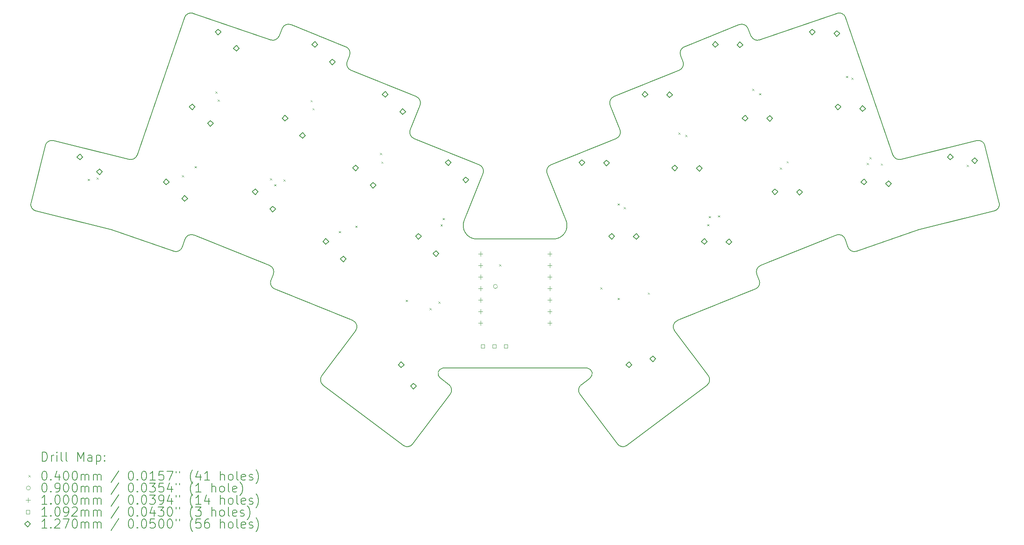
<source format=gbr>
%TF.GenerationSoftware,KiCad,Pcbnew,9.0.1-1.fc42*%
%TF.CreationDate,2025-04-18T11:19:55+10:00*%
%TF.ProjectId,'akohekohe,27616b6f-6865-46b6-9f68-652e6b696361,0.1*%
%TF.SameCoordinates,Original*%
%TF.FileFunction,Drillmap*%
%TF.FilePolarity,Positive*%
%FSLAX45Y45*%
G04 Gerber Fmt 4.5, Leading zero omitted, Abs format (unit mm)*
G04 Created by KiCad (PCBNEW 9.0.1-1.fc42) date 2025-04-18 11:19:55*
%MOMM*%
%LPD*%
G01*
G04 APERTURE LIST*
%ADD10C,0.150000*%
%ADD11C,0.200000*%
%ADD12C,0.100000*%
%ADD13C,0.109220*%
%ADD14C,0.127000*%
G04 APERTURE END LIST*
D10*
X22629116Y-7185267D02*
X22561431Y-7017741D01*
X12026152Y-12244132D02*
G75*
G02*
X12109039Y-12439400I-56192J-139078D01*
G01*
X18276253Y-11660568D02*
X16589421Y-11660568D01*
X7269947Y-9490673D02*
X8933373Y-9905412D01*
X15206624Y-9444176D02*
G75*
G02*
X15123737Y-9248907I56186J139076D01*
G01*
X16643759Y-10024816D02*
G75*
G02*
X16726643Y-10220083I-56189J-139074D01*
G01*
X19897065Y-16208210D02*
X21658535Y-14880847D01*
X12140417Y-12762157D02*
G75*
G02*
X12057532Y-12566889I56193J139077D01*
G01*
X13819115Y-7939867D02*
X15256250Y-8520508D01*
X10345852Y-6684585D02*
X12048644Y-7270904D01*
X15178676Y-16178687D02*
X16005861Y-15081149D01*
X19741936Y-9248907D02*
G75*
G02*
X19659050Y-9444177I-139076J-56193D01*
G01*
X12304242Y-7017741D02*
X12236557Y-7185267D01*
X10363365Y-11572322D02*
X12026152Y-12244132D01*
X12236557Y-7185267D02*
G75*
G02*
X12048644Y-7270906I-139077J56187D01*
G01*
X21077937Y-7617111D02*
G75*
G02*
X21160824Y-7421844I139073J56191D01*
G01*
X15178676Y-16178687D02*
G75*
G02*
X14968607Y-16208212I-119796J90267D01*
G01*
X18554408Y-11248186D02*
G75*
G02*
X18276253Y-11660573I-278158J-112384D01*
G01*
X22366162Y-6934854D02*
G75*
G02*
X22561426Y-7017742I56188J-139076D01*
G01*
X15785839Y-14726236D02*
G75*
G02*
X15843074Y-14504934I71981J99436D01*
G01*
X15123737Y-9248907D02*
X15339136Y-8715776D01*
X22756634Y-12439400D02*
G75*
G02*
X22839522Y-12244133I139076J56190D01*
G01*
X8543626Y-11457895D02*
X9914628Y-11929968D01*
X19897065Y-16208210D02*
G75*
G02*
X19686995Y-16178689I-90275J119791D01*
G01*
X10105291Y-11836976D02*
G75*
G02*
X9914627Y-11929972I-141831J48836D01*
G01*
X13856854Y-13455643D02*
G75*
G02*
X13920457Y-13684991I-56194J-139077D01*
G01*
X13704850Y-7421842D02*
G75*
G02*
X13787737Y-7617111I-56190J-139078D01*
G01*
X18860438Y-15081649D02*
G75*
G02*
X18889963Y-14871579I119822J90269D01*
G01*
X22839521Y-12244132D02*
X24502308Y-11572322D01*
X24710484Y-6777578D02*
X25754184Y-9808702D01*
X12304242Y-7017741D02*
G75*
G02*
X12499511Y-6934853I139078J-56189D01*
G01*
X20945214Y-13684992D02*
G75*
G02*
X21008819Y-13455642I119796J90272D01*
G01*
X24502308Y-11572322D02*
G75*
G02*
X24700328Y-11662564I56192J-139078D01*
G01*
X19023126Y-14505734D02*
X15843074Y-14504934D01*
X13207138Y-14880847D02*
X14968608Y-16208210D01*
X25932300Y-9905412D02*
G75*
G02*
X25754184Y-9808703I-36290J145542D01*
G01*
X24951045Y-11929968D02*
G75*
G02*
X24760382Y-11836976I-48835J141829D01*
G01*
X22808143Y-12566888D02*
X22756634Y-12439400D01*
X18139028Y-10220084D02*
G75*
G02*
X18221914Y-10024814I139073J56194D01*
G01*
X15976337Y-14871078D02*
G75*
G02*
X16005862Y-15081150I-90297J-119802D01*
G01*
X26321832Y-11457272D02*
X27982801Y-11043146D01*
X22817029Y-7270904D02*
X24519821Y-6684585D01*
X7088114Y-9599929D02*
G75*
G02*
X7269947Y-9490673I145546J-36291D01*
G01*
X7088114Y-9599929D02*
X6773616Y-10861313D01*
X15256249Y-8520508D02*
G75*
G02*
X15339143Y-8715779I-56190J-139082D01*
G01*
X24700327Y-11662564D02*
X24760382Y-11836976D01*
X10165346Y-11662564D02*
G75*
G02*
X10363363Y-11572327I141824J-48836D01*
G01*
X8543841Y-11457272D02*
X8543626Y-11457895D01*
X10105291Y-11836976D02*
X10165346Y-11662564D01*
X19526537Y-8715776D02*
X19741936Y-9248907D01*
X12140417Y-12762157D02*
X13856854Y-13455643D01*
X16589421Y-11660568D02*
G75*
G02*
X16311267Y-11248187I-1J299999D01*
G01*
X15976337Y-14871078D02*
X15785638Y-14726482D01*
X20945214Y-13684992D02*
X21688058Y-14670780D01*
X12109039Y-12439400D02*
X12057530Y-12566888D01*
X28092057Y-10861314D02*
G75*
G02*
X27982801Y-11043146I-145547J-36287D01*
G01*
X6882872Y-11043146D02*
X8543841Y-11457272D01*
X19526537Y-8715776D02*
G75*
G02*
X19609427Y-8520516I139073J56186D01*
G01*
X13736228Y-7744599D02*
X13787736Y-7617111D01*
X13177615Y-14670780D02*
X13920459Y-13684992D01*
X21688058Y-14670780D02*
G75*
G02*
X21658534Y-14880846I-119798J-90270D01*
G01*
X9111489Y-9808702D02*
X10155189Y-6777578D01*
X24519821Y-6684585D02*
G75*
G02*
X24710487Y-6777577I48839J-141825D01*
G01*
X18889962Y-14871578D02*
X19080562Y-14727282D01*
X25932300Y-9905412D02*
X27595726Y-9490673D01*
X24951045Y-11929968D02*
X26322047Y-11457895D01*
X13819115Y-7939867D02*
G75*
G02*
X13736230Y-7744600I56195J139077D01*
G01*
X27595726Y-9490673D02*
G75*
G02*
X27777555Y-9599930I36284J-145547D01*
G01*
X26322047Y-11457895D02*
X26321832Y-11457272D01*
X9111489Y-9808702D02*
G75*
G02*
X8933372Y-9905415I-141829J48832D01*
G01*
X18221914Y-10024816D02*
X19659049Y-9444176D01*
X18860438Y-15081649D02*
X19686997Y-16178687D01*
X13704850Y-7421842D02*
X12499511Y-6934854D01*
X18139028Y-10220084D02*
X18554408Y-11248187D01*
X21129445Y-7744599D02*
G75*
G02*
X21046558Y-7939866I-139075J-56191D01*
G01*
X19023126Y-14505734D02*
G75*
G02*
X19080361Y-14727036I-14746J-121866D01*
G01*
X21077937Y-7617111D02*
X21129445Y-7744599D01*
X22366162Y-6934854D02*
X21160823Y-7421842D01*
X13207138Y-14880847D02*
G75*
G02*
X13177612Y-14670778I90272J119797D01*
G01*
X15206624Y-9444176D02*
X16643759Y-10024816D01*
X19609424Y-8520508D02*
X21046559Y-7939867D01*
X22808143Y-12566888D02*
G75*
G02*
X22725255Y-12762155I-139073J-56192D01*
G01*
X16311265Y-11248187D02*
X16726646Y-10220084D01*
X10155189Y-6777578D02*
G75*
G02*
X10345854Y-6684579I141831J-48832D01*
G01*
X22817029Y-7270904D02*
G75*
G02*
X22629114Y-7185268I-48839J141824D01*
G01*
X6882872Y-11043146D02*
G75*
G02*
X6773614Y-10861313I36288J145546D01*
G01*
X21008819Y-13455642D02*
X22725256Y-12762157D01*
X28092057Y-10861313D02*
X27777559Y-9599929D01*
D11*
D12*
X8024913Y-10332784D02*
X8064913Y-10372784D01*
X8064913Y-10332784D02*
X8024913Y-10372784D01*
X8219442Y-10304157D02*
X8259442Y-10344157D01*
X8259442Y-10304157D02*
X8219442Y-10344157D01*
X10095098Y-10252614D02*
X10135098Y-10292614D01*
X10135098Y-10252614D02*
X10095098Y-10292614D01*
X10374928Y-10054522D02*
X10414928Y-10094522D01*
X10414928Y-10054522D02*
X10374928Y-10094522D01*
X10833363Y-8409813D02*
X10873363Y-8449813D01*
X10873363Y-8409813D02*
X10833363Y-8449813D01*
X10882093Y-8586154D02*
X10922093Y-8626154D01*
X10922093Y-8586154D02*
X10882093Y-8626154D01*
X12034120Y-10318328D02*
X12074120Y-10358328D01*
X12074120Y-10318328D02*
X12034120Y-10358328D01*
X12128558Y-10452900D02*
X12168558Y-10492900D01*
X12168558Y-10452900D02*
X12128558Y-10492900D01*
X12333922Y-10346702D02*
X12373922Y-10386702D01*
X12373922Y-10346702D02*
X12333922Y-10386702D01*
X12930483Y-8599113D02*
X12970483Y-8639113D01*
X12970483Y-8599113D02*
X12930483Y-8639113D01*
X12970720Y-8775875D02*
X13010720Y-8815875D01*
X13010720Y-8775875D02*
X12970720Y-8815875D01*
X13554753Y-11485340D02*
X13594753Y-11525340D01*
X13594753Y-11485340D02*
X13554753Y-11525340D01*
X13917082Y-11366595D02*
X13957082Y-11406595D01*
X13957082Y-11366595D02*
X13917082Y-11406595D01*
X14456031Y-9760358D02*
X14496031Y-9800358D01*
X14496031Y-9760358D02*
X14456031Y-9800358D01*
X14487585Y-9953149D02*
X14527585Y-9993149D01*
X14527585Y-9953149D02*
X14487585Y-9993149D01*
X15024973Y-13000053D02*
X15064973Y-13040053D01*
X15064973Y-13000053D02*
X15024973Y-13040053D01*
X15546985Y-13185009D02*
X15586985Y-13225009D01*
X15586985Y-13185009D02*
X15546985Y-13225009D01*
X15745681Y-13040007D02*
X15785681Y-13080007D01*
X15785681Y-13040007D02*
X15745681Y-13080007D01*
X15792010Y-11335301D02*
X15832010Y-11375301D01*
X15832010Y-11335301D02*
X15792010Y-11375301D01*
X15836912Y-11197055D02*
X15876912Y-11237055D01*
X15876912Y-11197055D02*
X15836912Y-11237055D01*
X17079847Y-12218549D02*
X17119847Y-12258549D01*
X17119847Y-12218549D02*
X17079847Y-12258549D01*
X19306447Y-12723209D02*
X19346447Y-12763209D01*
X19346447Y-12723209D02*
X19306447Y-12763209D01*
X19687678Y-12957907D02*
X19727678Y-12997907D01*
X19727678Y-12957907D02*
X19687678Y-12997907D01*
X19688361Y-10874680D02*
X19728361Y-10914680D01*
X19728361Y-10874680D02*
X19688361Y-10914680D01*
X19827710Y-10958906D02*
X19867710Y-10998906D01*
X19867710Y-10958906D02*
X19827710Y-10998906D01*
X20354015Y-12840971D02*
X20394015Y-12880971D01*
X20394015Y-12840971D02*
X20354015Y-12880971D01*
X21026643Y-9312444D02*
X21066643Y-9352444D01*
X21066643Y-9312444D02*
X21026643Y-9352444D01*
X21180828Y-9367141D02*
X21220828Y-9407141D01*
X21220828Y-9367141D02*
X21180828Y-9407141D01*
X21660244Y-11333034D02*
X21700244Y-11373034D01*
X21700244Y-11333034D02*
X21660244Y-11373034D01*
X21699121Y-11155762D02*
X21739121Y-11195762D01*
X21739121Y-11155762D02*
X21699121Y-11195762D01*
X21899903Y-11137518D02*
X21939903Y-11177518D01*
X21939903Y-11137518D02*
X21899903Y-11177518D01*
X22655768Y-8350250D02*
X22695768Y-8390250D01*
X22695768Y-8350250D02*
X22655768Y-8390250D01*
X22804551Y-8446839D02*
X22844551Y-8486839D01*
X22844551Y-8446839D02*
X22804551Y-8486839D01*
X23264813Y-10082113D02*
X23304813Y-10122113D01*
X23304813Y-10082113D02*
X23264813Y-10122113D01*
X23410219Y-9945170D02*
X23450219Y-9985170D01*
X23450219Y-9945170D02*
X23410219Y-9985170D01*
X24718572Y-8065650D02*
X24758572Y-8105650D01*
X24758572Y-8065650D02*
X24718572Y-8105650D01*
X24835788Y-8100604D02*
X24875788Y-8140604D01*
X24875788Y-8100604D02*
X24835788Y-8140604D01*
X25176174Y-9983232D02*
X25216174Y-10023232D01*
X25216174Y-9983232D02*
X25176174Y-10023232D01*
X25235894Y-9852737D02*
X25275894Y-9892737D01*
X25275894Y-9852737D02*
X25235894Y-9892737D01*
X25485060Y-9994162D02*
X25525060Y-10034162D01*
X25525060Y-9994162D02*
X25485060Y-10034162D01*
X27380156Y-10027612D02*
X27420156Y-10067612D01*
X27420156Y-10027612D02*
X27380156Y-10067612D01*
X17043551Y-12705960D02*
G75*
G02*
X16953551Y-12705960I-45000J0D01*
G01*
X16953551Y-12705960D02*
G75*
G02*
X17043551Y-12705960I45000J0D01*
G01*
X16670650Y-13460063D02*
X16670650Y-13560063D01*
X16620650Y-13510063D02*
X16720650Y-13510063D01*
X16670651Y-12190066D02*
X16670651Y-12290066D01*
X16620651Y-12240066D02*
X16720651Y-12240066D01*
X16670652Y-12444067D02*
X16670652Y-12544067D01*
X16620652Y-12494067D02*
X16720652Y-12494067D01*
X16670652Y-13206065D02*
X16670652Y-13306065D01*
X16620652Y-13256065D02*
X16720652Y-13256065D01*
X16670653Y-12698065D02*
X16670653Y-12798065D01*
X16620653Y-12748065D02*
X16720653Y-12748065D01*
X16670654Y-12952065D02*
X16670654Y-13052065D01*
X16620654Y-13002065D02*
X16720654Y-13002065D01*
X16670654Y-11936064D02*
X16670654Y-12036064D01*
X16620654Y-11986064D02*
X16720654Y-11986064D01*
X18194650Y-13460067D02*
X18194650Y-13560067D01*
X18144650Y-13510067D02*
X18244650Y-13510067D01*
X18194650Y-12444067D02*
X18194650Y-12544067D01*
X18144650Y-12494067D02*
X18244650Y-12494067D01*
X18194651Y-12698067D02*
X18194651Y-12798067D01*
X18144651Y-12748067D02*
X18244651Y-12748067D01*
X18194652Y-12190066D02*
X18194652Y-12290066D01*
X18144652Y-12240066D02*
X18244652Y-12240066D01*
X18194652Y-12952064D02*
X18194652Y-13052064D01*
X18144652Y-13002064D02*
X18244652Y-13002064D01*
X18194653Y-13206066D02*
X18194653Y-13306066D01*
X18144653Y-13256066D02*
X18244653Y-13256066D01*
X18194654Y-11936068D02*
X18194654Y-12036068D01*
X18144654Y-11986068D02*
X18244654Y-11986068D01*
D13*
X16762615Y-14062315D02*
X16762615Y-13985084D01*
X16685384Y-13985084D01*
X16685384Y-14062315D01*
X16762615Y-14062315D01*
X17016616Y-14062315D02*
X17016616Y-13985084D01*
X16939385Y-13985084D01*
X16939385Y-14062315D01*
X17016616Y-14062315D01*
X17271116Y-14062315D02*
X17271116Y-13985084D01*
X17193885Y-13985084D01*
X17193885Y-14062315D01*
X17271116Y-14062315D01*
D14*
X7849837Y-9915188D02*
X7913337Y-9851688D01*
X7849837Y-9788188D01*
X7786337Y-9851688D01*
X7849837Y-9915188D01*
X8284180Y-10239906D02*
X8347680Y-10176406D01*
X8284180Y-10112906D01*
X8220680Y-10176406D01*
X8284180Y-10239906D01*
X9752580Y-10467579D02*
X9816080Y-10404079D01*
X9752580Y-10340579D01*
X9689080Y-10404079D01*
X9752580Y-10467579D01*
X10156969Y-10828916D02*
X10220469Y-10765416D01*
X10156969Y-10701916D01*
X10093469Y-10765416D01*
X10156969Y-10828916D01*
X10322327Y-8812919D02*
X10385827Y-8749419D01*
X10322327Y-8685919D01*
X10258827Y-8749419D01*
X10322327Y-8812919D01*
X10726716Y-9174257D02*
X10790216Y-9110757D01*
X10726716Y-9047257D01*
X10663216Y-9110757D01*
X10726716Y-9174257D01*
X10892071Y-7158262D02*
X10955571Y-7094762D01*
X10892071Y-7031262D01*
X10828571Y-7094762D01*
X10892071Y-7158262D01*
X11296460Y-7519599D02*
X11359960Y-7456099D01*
X11296460Y-7392599D01*
X11232960Y-7456099D01*
X11296460Y-7519599D01*
X11712387Y-10681704D02*
X11775887Y-10618204D01*
X11712387Y-10554704D01*
X11648887Y-10618204D01*
X11712387Y-10681704D01*
X12097310Y-11063710D02*
X12160810Y-11000210D01*
X12097310Y-10936710D01*
X12033810Y-11000210D01*
X12097310Y-11063710D01*
X12367953Y-9059127D02*
X12431453Y-8995627D01*
X12367953Y-8932127D01*
X12304453Y-8995627D01*
X12367953Y-9059127D01*
X12752877Y-9441133D02*
X12816377Y-9377633D01*
X12752877Y-9314133D01*
X12689377Y-9377633D01*
X12752877Y-9441133D01*
X13023515Y-7436557D02*
X13087015Y-7373057D01*
X13023515Y-7309557D01*
X12960015Y-7373057D01*
X13023515Y-7436557D01*
X13263791Y-11780369D02*
X13327291Y-11716869D01*
X13263791Y-11653369D01*
X13200291Y-11716869D01*
X13263791Y-11780369D01*
X13408439Y-7818564D02*
X13471939Y-7755064D01*
X13408439Y-7691564D01*
X13344939Y-7755064D01*
X13408439Y-7818564D01*
X13648715Y-12162375D02*
X13712215Y-12098875D01*
X13648715Y-12035375D01*
X13585215Y-12098875D01*
X13648715Y-12162375D01*
X13919350Y-10157795D02*
X13982850Y-10094295D01*
X13919350Y-10030795D01*
X13855850Y-10094295D01*
X13919350Y-10157795D01*
X14304273Y-10539802D02*
X14367773Y-10476302D01*
X14304273Y-10412802D01*
X14240773Y-10476302D01*
X14304273Y-10539802D01*
X14574915Y-8535221D02*
X14638415Y-8471721D01*
X14574915Y-8408221D01*
X14511415Y-8471721D01*
X14574915Y-8535221D01*
X14924395Y-14497930D02*
X14987895Y-14434430D01*
X14924395Y-14370930D01*
X14860895Y-14434430D01*
X14924395Y-14497930D01*
X14924396Y-14497925D02*
X14987896Y-14434425D01*
X14924396Y-14370925D01*
X14860896Y-14434425D01*
X14924396Y-14497925D01*
X14959839Y-8917227D02*
X15023339Y-8853727D01*
X14959839Y-8790227D01*
X14896339Y-8853727D01*
X14959839Y-8917227D01*
X15197332Y-14966546D02*
X15260832Y-14903046D01*
X15197332Y-14839546D01*
X15133832Y-14903046D01*
X15197332Y-14966546D01*
X15197333Y-14966545D02*
X15260833Y-14903045D01*
X15197333Y-14839545D01*
X15133833Y-14903045D01*
X15197333Y-14966545D01*
X15306862Y-11662105D02*
X15370362Y-11598605D01*
X15306862Y-11535105D01*
X15243362Y-11598605D01*
X15306862Y-11662105D01*
X15691785Y-12044112D02*
X15755285Y-11980612D01*
X15691785Y-11917112D01*
X15628285Y-11980612D01*
X15691785Y-12044112D01*
X15962424Y-10039533D02*
X16025924Y-9976033D01*
X15962424Y-9912533D01*
X15898924Y-9976033D01*
X15962424Y-10039533D01*
X16347348Y-10421539D02*
X16410848Y-10358039D01*
X16347348Y-10294539D01*
X16283848Y-10358039D01*
X16347348Y-10421539D01*
X18902911Y-10039323D02*
X18966411Y-9975823D01*
X18902911Y-9912323D01*
X18839411Y-9975823D01*
X18902911Y-10039323D01*
X19445166Y-10046726D02*
X19508666Y-9983226D01*
X19445166Y-9919726D01*
X19381666Y-9983226D01*
X19445166Y-10046726D01*
X19558818Y-11662100D02*
X19622318Y-11598600D01*
X19558818Y-11535100D01*
X19495318Y-11598600D01*
X19558818Y-11662100D01*
X19941277Y-14497925D02*
X20004777Y-14434425D01*
X19941277Y-14370925D01*
X19877777Y-14434425D01*
X19941277Y-14497925D01*
X19941281Y-14497927D02*
X20004781Y-14434427D01*
X19941281Y-14370927D01*
X19877781Y-14434427D01*
X19941281Y-14497927D01*
X20101073Y-11669503D02*
X20164573Y-11606003D01*
X20101073Y-11542503D01*
X20037573Y-11606003D01*
X20101073Y-11669503D01*
X20291405Y-8535635D02*
X20354905Y-8472135D01*
X20291405Y-8408635D01*
X20227905Y-8472135D01*
X20291405Y-8535635D01*
X20466975Y-14364730D02*
X20530475Y-14301230D01*
X20466975Y-14237730D01*
X20403475Y-14301230D01*
X20466975Y-14364730D01*
X20466976Y-14364731D02*
X20530476Y-14301231D01*
X20466976Y-14237731D01*
X20403476Y-14301231D01*
X20466976Y-14364731D01*
X20833661Y-8543038D02*
X20897161Y-8479538D01*
X20833661Y-8416038D01*
X20770161Y-8479538D01*
X20833661Y-8543038D01*
X20946327Y-10157793D02*
X21009827Y-10094293D01*
X20946327Y-10030793D01*
X20882827Y-10094293D01*
X20946327Y-10157793D01*
X21488582Y-10165195D02*
X21552082Y-10101695D01*
X21488582Y-10038195D01*
X21425082Y-10101695D01*
X21488582Y-10165195D01*
X21601886Y-11780364D02*
X21665386Y-11716864D01*
X21601886Y-11653364D01*
X21538386Y-11716864D01*
X21601886Y-11780364D01*
X21842003Y-7436295D02*
X21905503Y-7372795D01*
X21842003Y-7309295D01*
X21778503Y-7372795D01*
X21842003Y-7436295D01*
X22144141Y-11787767D02*
X22207641Y-11724267D01*
X22144141Y-11660767D01*
X22080641Y-11724267D01*
X22144141Y-11787767D01*
X22384258Y-7443698D02*
X22447758Y-7380198D01*
X22384258Y-7316698D01*
X22320758Y-7380198D01*
X22384258Y-7443698D01*
X22497723Y-9059126D02*
X22561223Y-8995626D01*
X22497723Y-8932126D01*
X22434223Y-8995626D01*
X22497723Y-9059126D01*
X23039978Y-9066529D02*
X23103478Y-9003029D01*
X23039978Y-8939529D01*
X22976478Y-9003029D01*
X23039978Y-9066529D01*
X23153282Y-10681701D02*
X23216782Y-10618201D01*
X23153282Y-10554701D01*
X23089782Y-10618201D01*
X23153282Y-10681701D01*
X23695537Y-10689104D02*
X23759037Y-10625604D01*
X23695537Y-10562104D01*
X23632037Y-10625604D01*
X23695537Y-10689104D01*
X23974427Y-7158950D02*
X24037927Y-7095450D01*
X23974427Y-7031950D01*
X23910927Y-7095450D01*
X23974427Y-7158950D01*
X24515551Y-7194721D02*
X24579051Y-7131221D01*
X24515551Y-7067721D01*
X24452051Y-7131221D01*
X24515551Y-7194721D01*
X24542681Y-8812299D02*
X24606181Y-8748799D01*
X24542681Y-8685299D01*
X24479181Y-8748799D01*
X24542681Y-8812299D01*
X25083806Y-8848070D02*
X25147306Y-8784570D01*
X25083806Y-8721070D01*
X25020306Y-8784570D01*
X25083806Y-8848070D01*
X25113095Y-10467579D02*
X25176595Y-10404079D01*
X25113095Y-10340579D01*
X25049595Y-10404079D01*
X25113095Y-10467579D01*
X25654219Y-10503350D02*
X25717719Y-10439850D01*
X25654219Y-10376350D01*
X25590719Y-10439850D01*
X25654219Y-10503350D01*
X27015840Y-9915186D02*
X27079340Y-9851686D01*
X27015840Y-9788186D01*
X26952340Y-9851686D01*
X27015840Y-9915186D01*
X27551788Y-9997983D02*
X27615288Y-9934483D01*
X27551788Y-9870983D01*
X27488288Y-9934483D01*
X27551788Y-9997983D01*
D11*
X7022435Y-16557401D02*
X7022435Y-16357401D01*
X7022435Y-16357401D02*
X7070054Y-16357401D01*
X7070054Y-16357401D02*
X7098626Y-16366925D01*
X7098626Y-16366925D02*
X7117673Y-16385973D01*
X7117673Y-16385973D02*
X7127197Y-16405020D01*
X7127197Y-16405020D02*
X7136721Y-16443116D01*
X7136721Y-16443116D02*
X7136721Y-16471687D01*
X7136721Y-16471687D02*
X7127197Y-16509782D01*
X7127197Y-16509782D02*
X7117673Y-16528830D01*
X7117673Y-16528830D02*
X7098626Y-16547878D01*
X7098626Y-16547878D02*
X7070054Y-16557401D01*
X7070054Y-16557401D02*
X7022435Y-16557401D01*
X7222435Y-16557401D02*
X7222435Y-16424068D01*
X7222435Y-16462163D02*
X7231959Y-16443116D01*
X7231959Y-16443116D02*
X7241483Y-16433592D01*
X7241483Y-16433592D02*
X7260530Y-16424068D01*
X7260530Y-16424068D02*
X7279578Y-16424068D01*
X7346245Y-16557401D02*
X7346245Y-16424068D01*
X7346245Y-16357401D02*
X7336721Y-16366925D01*
X7336721Y-16366925D02*
X7346245Y-16376449D01*
X7346245Y-16376449D02*
X7355768Y-16366925D01*
X7355768Y-16366925D02*
X7346245Y-16357401D01*
X7346245Y-16357401D02*
X7346245Y-16376449D01*
X7470054Y-16557401D02*
X7451007Y-16547878D01*
X7451007Y-16547878D02*
X7441483Y-16528830D01*
X7441483Y-16528830D02*
X7441483Y-16357401D01*
X7574816Y-16557401D02*
X7555768Y-16547878D01*
X7555768Y-16547878D02*
X7546245Y-16528830D01*
X7546245Y-16528830D02*
X7546245Y-16357401D01*
X7803388Y-16557401D02*
X7803388Y-16357401D01*
X7803388Y-16357401D02*
X7870054Y-16500259D01*
X7870054Y-16500259D02*
X7936721Y-16357401D01*
X7936721Y-16357401D02*
X7936721Y-16557401D01*
X8117673Y-16557401D02*
X8117673Y-16452640D01*
X8117673Y-16452640D02*
X8108149Y-16433592D01*
X8108149Y-16433592D02*
X8089102Y-16424068D01*
X8089102Y-16424068D02*
X8051007Y-16424068D01*
X8051007Y-16424068D02*
X8031959Y-16433592D01*
X8117673Y-16547878D02*
X8098626Y-16557401D01*
X8098626Y-16557401D02*
X8051007Y-16557401D01*
X8051007Y-16557401D02*
X8031959Y-16547878D01*
X8031959Y-16547878D02*
X8022435Y-16528830D01*
X8022435Y-16528830D02*
X8022435Y-16509782D01*
X8022435Y-16509782D02*
X8031959Y-16490735D01*
X8031959Y-16490735D02*
X8051007Y-16481211D01*
X8051007Y-16481211D02*
X8098626Y-16481211D01*
X8098626Y-16481211D02*
X8117673Y-16471687D01*
X8212911Y-16424068D02*
X8212911Y-16624068D01*
X8212911Y-16433592D02*
X8231959Y-16424068D01*
X8231959Y-16424068D02*
X8270054Y-16424068D01*
X8270054Y-16424068D02*
X8289102Y-16433592D01*
X8289102Y-16433592D02*
X8298626Y-16443116D01*
X8298626Y-16443116D02*
X8308149Y-16462163D01*
X8308149Y-16462163D02*
X8308149Y-16519306D01*
X8308149Y-16519306D02*
X8298626Y-16538354D01*
X8298626Y-16538354D02*
X8289102Y-16547878D01*
X8289102Y-16547878D02*
X8270054Y-16557401D01*
X8270054Y-16557401D02*
X8231959Y-16557401D01*
X8231959Y-16557401D02*
X8212911Y-16547878D01*
X8393864Y-16538354D02*
X8403388Y-16547878D01*
X8403388Y-16547878D02*
X8393864Y-16557401D01*
X8393864Y-16557401D02*
X8384340Y-16547878D01*
X8384340Y-16547878D02*
X8393864Y-16538354D01*
X8393864Y-16538354D02*
X8393864Y-16557401D01*
X8393864Y-16433592D02*
X8403388Y-16443116D01*
X8403388Y-16443116D02*
X8393864Y-16452640D01*
X8393864Y-16452640D02*
X8384340Y-16443116D01*
X8384340Y-16443116D02*
X8393864Y-16433592D01*
X8393864Y-16433592D02*
X8393864Y-16452640D01*
D12*
X6721658Y-16865918D02*
X6761658Y-16905918D01*
X6761658Y-16865918D02*
X6721658Y-16905918D01*
D11*
X7060530Y-16777402D02*
X7079578Y-16777402D01*
X7079578Y-16777402D02*
X7098626Y-16786925D01*
X7098626Y-16786925D02*
X7108149Y-16796449D01*
X7108149Y-16796449D02*
X7117673Y-16815497D01*
X7117673Y-16815497D02*
X7127197Y-16853592D01*
X7127197Y-16853592D02*
X7127197Y-16901211D01*
X7127197Y-16901211D02*
X7117673Y-16939306D01*
X7117673Y-16939306D02*
X7108149Y-16958354D01*
X7108149Y-16958354D02*
X7098626Y-16967878D01*
X7098626Y-16967878D02*
X7079578Y-16977402D01*
X7079578Y-16977402D02*
X7060530Y-16977402D01*
X7060530Y-16977402D02*
X7041483Y-16967878D01*
X7041483Y-16967878D02*
X7031959Y-16958354D01*
X7031959Y-16958354D02*
X7022435Y-16939306D01*
X7022435Y-16939306D02*
X7012911Y-16901211D01*
X7012911Y-16901211D02*
X7012911Y-16853592D01*
X7012911Y-16853592D02*
X7022435Y-16815497D01*
X7022435Y-16815497D02*
X7031959Y-16796449D01*
X7031959Y-16796449D02*
X7041483Y-16786925D01*
X7041483Y-16786925D02*
X7060530Y-16777402D01*
X7212911Y-16958354D02*
X7222435Y-16967878D01*
X7222435Y-16967878D02*
X7212911Y-16977402D01*
X7212911Y-16977402D02*
X7203388Y-16967878D01*
X7203388Y-16967878D02*
X7212911Y-16958354D01*
X7212911Y-16958354D02*
X7212911Y-16977402D01*
X7393864Y-16844068D02*
X7393864Y-16977402D01*
X7346245Y-16767878D02*
X7298626Y-16910735D01*
X7298626Y-16910735D02*
X7422435Y-16910735D01*
X7536721Y-16777402D02*
X7555769Y-16777402D01*
X7555769Y-16777402D02*
X7574816Y-16786925D01*
X7574816Y-16786925D02*
X7584340Y-16796449D01*
X7584340Y-16796449D02*
X7593864Y-16815497D01*
X7593864Y-16815497D02*
X7603388Y-16853592D01*
X7603388Y-16853592D02*
X7603388Y-16901211D01*
X7603388Y-16901211D02*
X7593864Y-16939306D01*
X7593864Y-16939306D02*
X7584340Y-16958354D01*
X7584340Y-16958354D02*
X7574816Y-16967878D01*
X7574816Y-16967878D02*
X7555769Y-16977402D01*
X7555769Y-16977402D02*
X7536721Y-16977402D01*
X7536721Y-16977402D02*
X7517673Y-16967878D01*
X7517673Y-16967878D02*
X7508149Y-16958354D01*
X7508149Y-16958354D02*
X7498626Y-16939306D01*
X7498626Y-16939306D02*
X7489102Y-16901211D01*
X7489102Y-16901211D02*
X7489102Y-16853592D01*
X7489102Y-16853592D02*
X7498626Y-16815497D01*
X7498626Y-16815497D02*
X7508149Y-16796449D01*
X7508149Y-16796449D02*
X7517673Y-16786925D01*
X7517673Y-16786925D02*
X7536721Y-16777402D01*
X7727197Y-16777402D02*
X7746245Y-16777402D01*
X7746245Y-16777402D02*
X7765292Y-16786925D01*
X7765292Y-16786925D02*
X7774816Y-16796449D01*
X7774816Y-16796449D02*
X7784340Y-16815497D01*
X7784340Y-16815497D02*
X7793864Y-16853592D01*
X7793864Y-16853592D02*
X7793864Y-16901211D01*
X7793864Y-16901211D02*
X7784340Y-16939306D01*
X7784340Y-16939306D02*
X7774816Y-16958354D01*
X7774816Y-16958354D02*
X7765292Y-16967878D01*
X7765292Y-16967878D02*
X7746245Y-16977402D01*
X7746245Y-16977402D02*
X7727197Y-16977402D01*
X7727197Y-16977402D02*
X7708149Y-16967878D01*
X7708149Y-16967878D02*
X7698626Y-16958354D01*
X7698626Y-16958354D02*
X7689102Y-16939306D01*
X7689102Y-16939306D02*
X7679578Y-16901211D01*
X7679578Y-16901211D02*
X7679578Y-16853592D01*
X7679578Y-16853592D02*
X7689102Y-16815497D01*
X7689102Y-16815497D02*
X7698626Y-16796449D01*
X7698626Y-16796449D02*
X7708149Y-16786925D01*
X7708149Y-16786925D02*
X7727197Y-16777402D01*
X7879578Y-16977402D02*
X7879578Y-16844068D01*
X7879578Y-16863116D02*
X7889102Y-16853592D01*
X7889102Y-16853592D02*
X7908149Y-16844068D01*
X7908149Y-16844068D02*
X7936721Y-16844068D01*
X7936721Y-16844068D02*
X7955769Y-16853592D01*
X7955769Y-16853592D02*
X7965292Y-16872640D01*
X7965292Y-16872640D02*
X7965292Y-16977402D01*
X7965292Y-16872640D02*
X7974816Y-16853592D01*
X7974816Y-16853592D02*
X7993864Y-16844068D01*
X7993864Y-16844068D02*
X8022435Y-16844068D01*
X8022435Y-16844068D02*
X8041483Y-16853592D01*
X8041483Y-16853592D02*
X8051007Y-16872640D01*
X8051007Y-16872640D02*
X8051007Y-16977402D01*
X8146245Y-16977402D02*
X8146245Y-16844068D01*
X8146245Y-16863116D02*
X8155769Y-16853592D01*
X8155769Y-16853592D02*
X8174816Y-16844068D01*
X8174816Y-16844068D02*
X8203388Y-16844068D01*
X8203388Y-16844068D02*
X8222435Y-16853592D01*
X8222435Y-16853592D02*
X8231959Y-16872640D01*
X8231959Y-16872640D02*
X8231959Y-16977402D01*
X8231959Y-16872640D02*
X8241483Y-16853592D01*
X8241483Y-16853592D02*
X8260530Y-16844068D01*
X8260530Y-16844068D02*
X8289102Y-16844068D01*
X8289102Y-16844068D02*
X8308150Y-16853592D01*
X8308150Y-16853592D02*
X8317673Y-16872640D01*
X8317673Y-16872640D02*
X8317673Y-16977402D01*
X8708150Y-16767878D02*
X8536721Y-17025021D01*
X8965293Y-16777402D02*
X8984340Y-16777402D01*
X8984340Y-16777402D02*
X9003388Y-16786925D01*
X9003388Y-16786925D02*
X9012912Y-16796449D01*
X9012912Y-16796449D02*
X9022435Y-16815497D01*
X9022435Y-16815497D02*
X9031959Y-16853592D01*
X9031959Y-16853592D02*
X9031959Y-16901211D01*
X9031959Y-16901211D02*
X9022435Y-16939306D01*
X9022435Y-16939306D02*
X9012912Y-16958354D01*
X9012912Y-16958354D02*
X9003388Y-16967878D01*
X9003388Y-16967878D02*
X8984340Y-16977402D01*
X8984340Y-16977402D02*
X8965293Y-16977402D01*
X8965293Y-16977402D02*
X8946245Y-16967878D01*
X8946245Y-16967878D02*
X8936721Y-16958354D01*
X8936721Y-16958354D02*
X8927197Y-16939306D01*
X8927197Y-16939306D02*
X8917674Y-16901211D01*
X8917674Y-16901211D02*
X8917674Y-16853592D01*
X8917674Y-16853592D02*
X8927197Y-16815497D01*
X8927197Y-16815497D02*
X8936721Y-16796449D01*
X8936721Y-16796449D02*
X8946245Y-16786925D01*
X8946245Y-16786925D02*
X8965293Y-16777402D01*
X9117674Y-16958354D02*
X9127197Y-16967878D01*
X9127197Y-16967878D02*
X9117674Y-16977402D01*
X9117674Y-16977402D02*
X9108150Y-16967878D01*
X9108150Y-16967878D02*
X9117674Y-16958354D01*
X9117674Y-16958354D02*
X9117674Y-16977402D01*
X9251007Y-16777402D02*
X9270055Y-16777402D01*
X9270055Y-16777402D02*
X9289102Y-16786925D01*
X9289102Y-16786925D02*
X9298626Y-16796449D01*
X9298626Y-16796449D02*
X9308150Y-16815497D01*
X9308150Y-16815497D02*
X9317674Y-16853592D01*
X9317674Y-16853592D02*
X9317674Y-16901211D01*
X9317674Y-16901211D02*
X9308150Y-16939306D01*
X9308150Y-16939306D02*
X9298626Y-16958354D01*
X9298626Y-16958354D02*
X9289102Y-16967878D01*
X9289102Y-16967878D02*
X9270055Y-16977402D01*
X9270055Y-16977402D02*
X9251007Y-16977402D01*
X9251007Y-16977402D02*
X9231959Y-16967878D01*
X9231959Y-16967878D02*
X9222435Y-16958354D01*
X9222435Y-16958354D02*
X9212912Y-16939306D01*
X9212912Y-16939306D02*
X9203388Y-16901211D01*
X9203388Y-16901211D02*
X9203388Y-16853592D01*
X9203388Y-16853592D02*
X9212912Y-16815497D01*
X9212912Y-16815497D02*
X9222435Y-16796449D01*
X9222435Y-16796449D02*
X9231959Y-16786925D01*
X9231959Y-16786925D02*
X9251007Y-16777402D01*
X9508150Y-16977402D02*
X9393864Y-16977402D01*
X9451007Y-16977402D02*
X9451007Y-16777402D01*
X9451007Y-16777402D02*
X9431959Y-16805973D01*
X9431959Y-16805973D02*
X9412912Y-16825021D01*
X9412912Y-16825021D02*
X9393864Y-16834544D01*
X9689102Y-16777402D02*
X9593864Y-16777402D01*
X9593864Y-16777402D02*
X9584340Y-16872640D01*
X9584340Y-16872640D02*
X9593864Y-16863116D01*
X9593864Y-16863116D02*
X9612912Y-16853592D01*
X9612912Y-16853592D02*
X9660531Y-16853592D01*
X9660531Y-16853592D02*
X9679578Y-16863116D01*
X9679578Y-16863116D02*
X9689102Y-16872640D01*
X9689102Y-16872640D02*
X9698626Y-16891687D01*
X9698626Y-16891687D02*
X9698626Y-16939306D01*
X9698626Y-16939306D02*
X9689102Y-16958354D01*
X9689102Y-16958354D02*
X9679578Y-16967878D01*
X9679578Y-16967878D02*
X9660531Y-16977402D01*
X9660531Y-16977402D02*
X9612912Y-16977402D01*
X9612912Y-16977402D02*
X9593864Y-16967878D01*
X9593864Y-16967878D02*
X9584340Y-16958354D01*
X9765293Y-16777402D02*
X9898626Y-16777402D01*
X9898626Y-16777402D02*
X9812912Y-16977402D01*
X9965293Y-16777402D02*
X9965293Y-16815497D01*
X10041483Y-16777402D02*
X10041483Y-16815497D01*
X10336721Y-17053592D02*
X10327197Y-17044068D01*
X10327197Y-17044068D02*
X10308150Y-17015497D01*
X10308150Y-17015497D02*
X10298626Y-16996449D01*
X10298626Y-16996449D02*
X10289102Y-16967878D01*
X10289102Y-16967878D02*
X10279578Y-16920259D01*
X10279578Y-16920259D02*
X10279578Y-16882163D01*
X10279578Y-16882163D02*
X10289102Y-16834544D01*
X10289102Y-16834544D02*
X10298626Y-16805973D01*
X10298626Y-16805973D02*
X10308150Y-16786925D01*
X10308150Y-16786925D02*
X10327197Y-16758354D01*
X10327197Y-16758354D02*
X10336721Y-16748830D01*
X10498626Y-16844068D02*
X10498626Y-16977402D01*
X10451007Y-16767878D02*
X10403388Y-16910735D01*
X10403388Y-16910735D02*
X10527197Y-16910735D01*
X10708150Y-16977402D02*
X10593864Y-16977402D01*
X10651007Y-16977402D02*
X10651007Y-16777402D01*
X10651007Y-16777402D02*
X10631959Y-16805973D01*
X10631959Y-16805973D02*
X10612912Y-16825021D01*
X10612912Y-16825021D02*
X10593864Y-16834544D01*
X10946245Y-16977402D02*
X10946245Y-16777402D01*
X11031959Y-16977402D02*
X11031959Y-16872640D01*
X11031959Y-16872640D02*
X11022436Y-16853592D01*
X11022436Y-16853592D02*
X11003388Y-16844068D01*
X11003388Y-16844068D02*
X10974817Y-16844068D01*
X10974817Y-16844068D02*
X10955769Y-16853592D01*
X10955769Y-16853592D02*
X10946245Y-16863116D01*
X11155769Y-16977402D02*
X11136721Y-16967878D01*
X11136721Y-16967878D02*
X11127198Y-16958354D01*
X11127198Y-16958354D02*
X11117674Y-16939306D01*
X11117674Y-16939306D02*
X11117674Y-16882163D01*
X11117674Y-16882163D02*
X11127198Y-16863116D01*
X11127198Y-16863116D02*
X11136721Y-16853592D01*
X11136721Y-16853592D02*
X11155769Y-16844068D01*
X11155769Y-16844068D02*
X11184340Y-16844068D01*
X11184340Y-16844068D02*
X11203388Y-16853592D01*
X11203388Y-16853592D02*
X11212912Y-16863116D01*
X11212912Y-16863116D02*
X11222436Y-16882163D01*
X11222436Y-16882163D02*
X11222436Y-16939306D01*
X11222436Y-16939306D02*
X11212912Y-16958354D01*
X11212912Y-16958354D02*
X11203388Y-16967878D01*
X11203388Y-16967878D02*
X11184340Y-16977402D01*
X11184340Y-16977402D02*
X11155769Y-16977402D01*
X11336721Y-16977402D02*
X11317674Y-16967878D01*
X11317674Y-16967878D02*
X11308150Y-16948830D01*
X11308150Y-16948830D02*
X11308150Y-16777402D01*
X11489102Y-16967878D02*
X11470055Y-16977402D01*
X11470055Y-16977402D02*
X11431959Y-16977402D01*
X11431959Y-16977402D02*
X11412912Y-16967878D01*
X11412912Y-16967878D02*
X11403388Y-16948830D01*
X11403388Y-16948830D02*
X11403388Y-16872640D01*
X11403388Y-16872640D02*
X11412912Y-16853592D01*
X11412912Y-16853592D02*
X11431959Y-16844068D01*
X11431959Y-16844068D02*
X11470055Y-16844068D01*
X11470055Y-16844068D02*
X11489102Y-16853592D01*
X11489102Y-16853592D02*
X11498626Y-16872640D01*
X11498626Y-16872640D02*
X11498626Y-16891687D01*
X11498626Y-16891687D02*
X11403388Y-16910735D01*
X11574817Y-16967878D02*
X11593864Y-16977402D01*
X11593864Y-16977402D02*
X11631959Y-16977402D01*
X11631959Y-16977402D02*
X11651007Y-16967878D01*
X11651007Y-16967878D02*
X11660531Y-16948830D01*
X11660531Y-16948830D02*
X11660531Y-16939306D01*
X11660531Y-16939306D02*
X11651007Y-16920259D01*
X11651007Y-16920259D02*
X11631959Y-16910735D01*
X11631959Y-16910735D02*
X11603388Y-16910735D01*
X11603388Y-16910735D02*
X11584340Y-16901211D01*
X11584340Y-16901211D02*
X11574817Y-16882163D01*
X11574817Y-16882163D02*
X11574817Y-16872640D01*
X11574817Y-16872640D02*
X11584340Y-16853592D01*
X11584340Y-16853592D02*
X11603388Y-16844068D01*
X11603388Y-16844068D02*
X11631959Y-16844068D01*
X11631959Y-16844068D02*
X11651007Y-16853592D01*
X11727198Y-17053592D02*
X11736721Y-17044068D01*
X11736721Y-17044068D02*
X11755769Y-17015497D01*
X11755769Y-17015497D02*
X11765293Y-16996449D01*
X11765293Y-16996449D02*
X11774817Y-16967878D01*
X11774817Y-16967878D02*
X11784340Y-16920259D01*
X11784340Y-16920259D02*
X11784340Y-16882163D01*
X11784340Y-16882163D02*
X11774817Y-16834544D01*
X11774817Y-16834544D02*
X11765293Y-16805973D01*
X11765293Y-16805973D02*
X11755769Y-16786925D01*
X11755769Y-16786925D02*
X11736721Y-16758354D01*
X11736721Y-16758354D02*
X11727198Y-16748830D01*
D12*
X6761658Y-17149918D02*
G75*
G02*
X6671658Y-17149918I-45000J0D01*
G01*
X6671658Y-17149918D02*
G75*
G02*
X6761658Y-17149918I45000J0D01*
G01*
D11*
X7060530Y-17041402D02*
X7079578Y-17041402D01*
X7079578Y-17041402D02*
X7098626Y-17050925D01*
X7098626Y-17050925D02*
X7108149Y-17060449D01*
X7108149Y-17060449D02*
X7117673Y-17079497D01*
X7117673Y-17079497D02*
X7127197Y-17117592D01*
X7127197Y-17117592D02*
X7127197Y-17165211D01*
X7127197Y-17165211D02*
X7117673Y-17203306D01*
X7117673Y-17203306D02*
X7108149Y-17222354D01*
X7108149Y-17222354D02*
X7098626Y-17231878D01*
X7098626Y-17231878D02*
X7079578Y-17241402D01*
X7079578Y-17241402D02*
X7060530Y-17241402D01*
X7060530Y-17241402D02*
X7041483Y-17231878D01*
X7041483Y-17231878D02*
X7031959Y-17222354D01*
X7031959Y-17222354D02*
X7022435Y-17203306D01*
X7022435Y-17203306D02*
X7012911Y-17165211D01*
X7012911Y-17165211D02*
X7012911Y-17117592D01*
X7012911Y-17117592D02*
X7022435Y-17079497D01*
X7022435Y-17079497D02*
X7031959Y-17060449D01*
X7031959Y-17060449D02*
X7041483Y-17050925D01*
X7041483Y-17050925D02*
X7060530Y-17041402D01*
X7212911Y-17222354D02*
X7222435Y-17231878D01*
X7222435Y-17231878D02*
X7212911Y-17241402D01*
X7212911Y-17241402D02*
X7203388Y-17231878D01*
X7203388Y-17231878D02*
X7212911Y-17222354D01*
X7212911Y-17222354D02*
X7212911Y-17241402D01*
X7317673Y-17241402D02*
X7355768Y-17241402D01*
X7355768Y-17241402D02*
X7374816Y-17231878D01*
X7374816Y-17231878D02*
X7384340Y-17222354D01*
X7384340Y-17222354D02*
X7403388Y-17193782D01*
X7403388Y-17193782D02*
X7412911Y-17155687D01*
X7412911Y-17155687D02*
X7412911Y-17079497D01*
X7412911Y-17079497D02*
X7403388Y-17060449D01*
X7403388Y-17060449D02*
X7393864Y-17050925D01*
X7393864Y-17050925D02*
X7374816Y-17041402D01*
X7374816Y-17041402D02*
X7336721Y-17041402D01*
X7336721Y-17041402D02*
X7317673Y-17050925D01*
X7317673Y-17050925D02*
X7308149Y-17060449D01*
X7308149Y-17060449D02*
X7298626Y-17079497D01*
X7298626Y-17079497D02*
X7298626Y-17127116D01*
X7298626Y-17127116D02*
X7308149Y-17146163D01*
X7308149Y-17146163D02*
X7317673Y-17155687D01*
X7317673Y-17155687D02*
X7336721Y-17165211D01*
X7336721Y-17165211D02*
X7374816Y-17165211D01*
X7374816Y-17165211D02*
X7393864Y-17155687D01*
X7393864Y-17155687D02*
X7403388Y-17146163D01*
X7403388Y-17146163D02*
X7412911Y-17127116D01*
X7536721Y-17041402D02*
X7555769Y-17041402D01*
X7555769Y-17041402D02*
X7574816Y-17050925D01*
X7574816Y-17050925D02*
X7584340Y-17060449D01*
X7584340Y-17060449D02*
X7593864Y-17079497D01*
X7593864Y-17079497D02*
X7603388Y-17117592D01*
X7603388Y-17117592D02*
X7603388Y-17165211D01*
X7603388Y-17165211D02*
X7593864Y-17203306D01*
X7593864Y-17203306D02*
X7584340Y-17222354D01*
X7584340Y-17222354D02*
X7574816Y-17231878D01*
X7574816Y-17231878D02*
X7555769Y-17241402D01*
X7555769Y-17241402D02*
X7536721Y-17241402D01*
X7536721Y-17241402D02*
X7517673Y-17231878D01*
X7517673Y-17231878D02*
X7508149Y-17222354D01*
X7508149Y-17222354D02*
X7498626Y-17203306D01*
X7498626Y-17203306D02*
X7489102Y-17165211D01*
X7489102Y-17165211D02*
X7489102Y-17117592D01*
X7489102Y-17117592D02*
X7498626Y-17079497D01*
X7498626Y-17079497D02*
X7508149Y-17060449D01*
X7508149Y-17060449D02*
X7517673Y-17050925D01*
X7517673Y-17050925D02*
X7536721Y-17041402D01*
X7727197Y-17041402D02*
X7746245Y-17041402D01*
X7746245Y-17041402D02*
X7765292Y-17050925D01*
X7765292Y-17050925D02*
X7774816Y-17060449D01*
X7774816Y-17060449D02*
X7784340Y-17079497D01*
X7784340Y-17079497D02*
X7793864Y-17117592D01*
X7793864Y-17117592D02*
X7793864Y-17165211D01*
X7793864Y-17165211D02*
X7784340Y-17203306D01*
X7784340Y-17203306D02*
X7774816Y-17222354D01*
X7774816Y-17222354D02*
X7765292Y-17231878D01*
X7765292Y-17231878D02*
X7746245Y-17241402D01*
X7746245Y-17241402D02*
X7727197Y-17241402D01*
X7727197Y-17241402D02*
X7708149Y-17231878D01*
X7708149Y-17231878D02*
X7698626Y-17222354D01*
X7698626Y-17222354D02*
X7689102Y-17203306D01*
X7689102Y-17203306D02*
X7679578Y-17165211D01*
X7679578Y-17165211D02*
X7679578Y-17117592D01*
X7679578Y-17117592D02*
X7689102Y-17079497D01*
X7689102Y-17079497D02*
X7698626Y-17060449D01*
X7698626Y-17060449D02*
X7708149Y-17050925D01*
X7708149Y-17050925D02*
X7727197Y-17041402D01*
X7879578Y-17241402D02*
X7879578Y-17108068D01*
X7879578Y-17127116D02*
X7889102Y-17117592D01*
X7889102Y-17117592D02*
X7908149Y-17108068D01*
X7908149Y-17108068D02*
X7936721Y-17108068D01*
X7936721Y-17108068D02*
X7955769Y-17117592D01*
X7955769Y-17117592D02*
X7965292Y-17136640D01*
X7965292Y-17136640D02*
X7965292Y-17241402D01*
X7965292Y-17136640D02*
X7974816Y-17117592D01*
X7974816Y-17117592D02*
X7993864Y-17108068D01*
X7993864Y-17108068D02*
X8022435Y-17108068D01*
X8022435Y-17108068D02*
X8041483Y-17117592D01*
X8041483Y-17117592D02*
X8051007Y-17136640D01*
X8051007Y-17136640D02*
X8051007Y-17241402D01*
X8146245Y-17241402D02*
X8146245Y-17108068D01*
X8146245Y-17127116D02*
X8155769Y-17117592D01*
X8155769Y-17117592D02*
X8174816Y-17108068D01*
X8174816Y-17108068D02*
X8203388Y-17108068D01*
X8203388Y-17108068D02*
X8222435Y-17117592D01*
X8222435Y-17117592D02*
X8231959Y-17136640D01*
X8231959Y-17136640D02*
X8231959Y-17241402D01*
X8231959Y-17136640D02*
X8241483Y-17117592D01*
X8241483Y-17117592D02*
X8260530Y-17108068D01*
X8260530Y-17108068D02*
X8289102Y-17108068D01*
X8289102Y-17108068D02*
X8308150Y-17117592D01*
X8308150Y-17117592D02*
X8317673Y-17136640D01*
X8317673Y-17136640D02*
X8317673Y-17241402D01*
X8708150Y-17031878D02*
X8536721Y-17289021D01*
X8965293Y-17041402D02*
X8984340Y-17041402D01*
X8984340Y-17041402D02*
X9003388Y-17050925D01*
X9003388Y-17050925D02*
X9012912Y-17060449D01*
X9012912Y-17060449D02*
X9022435Y-17079497D01*
X9022435Y-17079497D02*
X9031959Y-17117592D01*
X9031959Y-17117592D02*
X9031959Y-17165211D01*
X9031959Y-17165211D02*
X9022435Y-17203306D01*
X9022435Y-17203306D02*
X9012912Y-17222354D01*
X9012912Y-17222354D02*
X9003388Y-17231878D01*
X9003388Y-17231878D02*
X8984340Y-17241402D01*
X8984340Y-17241402D02*
X8965293Y-17241402D01*
X8965293Y-17241402D02*
X8946245Y-17231878D01*
X8946245Y-17231878D02*
X8936721Y-17222354D01*
X8936721Y-17222354D02*
X8927197Y-17203306D01*
X8927197Y-17203306D02*
X8917674Y-17165211D01*
X8917674Y-17165211D02*
X8917674Y-17117592D01*
X8917674Y-17117592D02*
X8927197Y-17079497D01*
X8927197Y-17079497D02*
X8936721Y-17060449D01*
X8936721Y-17060449D02*
X8946245Y-17050925D01*
X8946245Y-17050925D02*
X8965293Y-17041402D01*
X9117674Y-17222354D02*
X9127197Y-17231878D01*
X9127197Y-17231878D02*
X9117674Y-17241402D01*
X9117674Y-17241402D02*
X9108150Y-17231878D01*
X9108150Y-17231878D02*
X9117674Y-17222354D01*
X9117674Y-17222354D02*
X9117674Y-17241402D01*
X9251007Y-17041402D02*
X9270055Y-17041402D01*
X9270055Y-17041402D02*
X9289102Y-17050925D01*
X9289102Y-17050925D02*
X9298626Y-17060449D01*
X9298626Y-17060449D02*
X9308150Y-17079497D01*
X9308150Y-17079497D02*
X9317674Y-17117592D01*
X9317674Y-17117592D02*
X9317674Y-17165211D01*
X9317674Y-17165211D02*
X9308150Y-17203306D01*
X9308150Y-17203306D02*
X9298626Y-17222354D01*
X9298626Y-17222354D02*
X9289102Y-17231878D01*
X9289102Y-17231878D02*
X9270055Y-17241402D01*
X9270055Y-17241402D02*
X9251007Y-17241402D01*
X9251007Y-17241402D02*
X9231959Y-17231878D01*
X9231959Y-17231878D02*
X9222435Y-17222354D01*
X9222435Y-17222354D02*
X9212912Y-17203306D01*
X9212912Y-17203306D02*
X9203388Y-17165211D01*
X9203388Y-17165211D02*
X9203388Y-17117592D01*
X9203388Y-17117592D02*
X9212912Y-17079497D01*
X9212912Y-17079497D02*
X9222435Y-17060449D01*
X9222435Y-17060449D02*
X9231959Y-17050925D01*
X9231959Y-17050925D02*
X9251007Y-17041402D01*
X9384340Y-17041402D02*
X9508150Y-17041402D01*
X9508150Y-17041402D02*
X9441483Y-17117592D01*
X9441483Y-17117592D02*
X9470055Y-17117592D01*
X9470055Y-17117592D02*
X9489102Y-17127116D01*
X9489102Y-17127116D02*
X9498626Y-17136640D01*
X9498626Y-17136640D02*
X9508150Y-17155687D01*
X9508150Y-17155687D02*
X9508150Y-17203306D01*
X9508150Y-17203306D02*
X9498626Y-17222354D01*
X9498626Y-17222354D02*
X9489102Y-17231878D01*
X9489102Y-17231878D02*
X9470055Y-17241402D01*
X9470055Y-17241402D02*
X9412912Y-17241402D01*
X9412912Y-17241402D02*
X9393864Y-17231878D01*
X9393864Y-17231878D02*
X9384340Y-17222354D01*
X9689102Y-17041402D02*
X9593864Y-17041402D01*
X9593864Y-17041402D02*
X9584340Y-17136640D01*
X9584340Y-17136640D02*
X9593864Y-17127116D01*
X9593864Y-17127116D02*
X9612912Y-17117592D01*
X9612912Y-17117592D02*
X9660531Y-17117592D01*
X9660531Y-17117592D02*
X9679578Y-17127116D01*
X9679578Y-17127116D02*
X9689102Y-17136640D01*
X9689102Y-17136640D02*
X9698626Y-17155687D01*
X9698626Y-17155687D02*
X9698626Y-17203306D01*
X9698626Y-17203306D02*
X9689102Y-17222354D01*
X9689102Y-17222354D02*
X9679578Y-17231878D01*
X9679578Y-17231878D02*
X9660531Y-17241402D01*
X9660531Y-17241402D02*
X9612912Y-17241402D01*
X9612912Y-17241402D02*
X9593864Y-17231878D01*
X9593864Y-17231878D02*
X9584340Y-17222354D01*
X9870055Y-17108068D02*
X9870055Y-17241402D01*
X9822435Y-17031878D02*
X9774816Y-17174735D01*
X9774816Y-17174735D02*
X9898626Y-17174735D01*
X9965293Y-17041402D02*
X9965293Y-17079497D01*
X10041483Y-17041402D02*
X10041483Y-17079497D01*
X10336721Y-17317592D02*
X10327197Y-17308068D01*
X10327197Y-17308068D02*
X10308150Y-17279497D01*
X10308150Y-17279497D02*
X10298626Y-17260449D01*
X10298626Y-17260449D02*
X10289102Y-17231878D01*
X10289102Y-17231878D02*
X10279578Y-17184259D01*
X10279578Y-17184259D02*
X10279578Y-17146163D01*
X10279578Y-17146163D02*
X10289102Y-17098544D01*
X10289102Y-17098544D02*
X10298626Y-17069973D01*
X10298626Y-17069973D02*
X10308150Y-17050925D01*
X10308150Y-17050925D02*
X10327197Y-17022354D01*
X10327197Y-17022354D02*
X10336721Y-17012830D01*
X10517674Y-17241402D02*
X10403388Y-17241402D01*
X10460531Y-17241402D02*
X10460531Y-17041402D01*
X10460531Y-17041402D02*
X10441483Y-17069973D01*
X10441483Y-17069973D02*
X10422436Y-17089021D01*
X10422436Y-17089021D02*
X10403388Y-17098544D01*
X10755769Y-17241402D02*
X10755769Y-17041402D01*
X10841483Y-17241402D02*
X10841483Y-17136640D01*
X10841483Y-17136640D02*
X10831959Y-17117592D01*
X10831959Y-17117592D02*
X10812912Y-17108068D01*
X10812912Y-17108068D02*
X10784340Y-17108068D01*
X10784340Y-17108068D02*
X10765293Y-17117592D01*
X10765293Y-17117592D02*
X10755769Y-17127116D01*
X10965293Y-17241402D02*
X10946245Y-17231878D01*
X10946245Y-17231878D02*
X10936721Y-17222354D01*
X10936721Y-17222354D02*
X10927198Y-17203306D01*
X10927198Y-17203306D02*
X10927198Y-17146163D01*
X10927198Y-17146163D02*
X10936721Y-17127116D01*
X10936721Y-17127116D02*
X10946245Y-17117592D01*
X10946245Y-17117592D02*
X10965293Y-17108068D01*
X10965293Y-17108068D02*
X10993864Y-17108068D01*
X10993864Y-17108068D02*
X11012912Y-17117592D01*
X11012912Y-17117592D02*
X11022436Y-17127116D01*
X11022436Y-17127116D02*
X11031959Y-17146163D01*
X11031959Y-17146163D02*
X11031959Y-17203306D01*
X11031959Y-17203306D02*
X11022436Y-17222354D01*
X11022436Y-17222354D02*
X11012912Y-17231878D01*
X11012912Y-17231878D02*
X10993864Y-17241402D01*
X10993864Y-17241402D02*
X10965293Y-17241402D01*
X11146245Y-17241402D02*
X11127198Y-17231878D01*
X11127198Y-17231878D02*
X11117674Y-17212830D01*
X11117674Y-17212830D02*
X11117674Y-17041402D01*
X11298626Y-17231878D02*
X11279578Y-17241402D01*
X11279578Y-17241402D02*
X11241483Y-17241402D01*
X11241483Y-17241402D02*
X11222436Y-17231878D01*
X11222436Y-17231878D02*
X11212912Y-17212830D01*
X11212912Y-17212830D02*
X11212912Y-17136640D01*
X11212912Y-17136640D02*
X11222436Y-17117592D01*
X11222436Y-17117592D02*
X11241483Y-17108068D01*
X11241483Y-17108068D02*
X11279578Y-17108068D01*
X11279578Y-17108068D02*
X11298626Y-17117592D01*
X11298626Y-17117592D02*
X11308150Y-17136640D01*
X11308150Y-17136640D02*
X11308150Y-17155687D01*
X11308150Y-17155687D02*
X11212912Y-17174735D01*
X11374817Y-17317592D02*
X11384340Y-17308068D01*
X11384340Y-17308068D02*
X11403388Y-17279497D01*
X11403388Y-17279497D02*
X11412912Y-17260449D01*
X11412912Y-17260449D02*
X11422436Y-17231878D01*
X11422436Y-17231878D02*
X11431959Y-17184259D01*
X11431959Y-17184259D02*
X11431959Y-17146163D01*
X11431959Y-17146163D02*
X11422436Y-17098544D01*
X11422436Y-17098544D02*
X11412912Y-17069973D01*
X11412912Y-17069973D02*
X11403388Y-17050925D01*
X11403388Y-17050925D02*
X11384340Y-17022354D01*
X11384340Y-17022354D02*
X11374817Y-17012830D01*
D12*
X6711658Y-17363918D02*
X6711658Y-17463918D01*
X6661658Y-17413918D02*
X6761658Y-17413918D01*
D11*
X7127197Y-17505402D02*
X7012911Y-17505402D01*
X7070054Y-17505402D02*
X7070054Y-17305402D01*
X7070054Y-17305402D02*
X7051007Y-17333973D01*
X7051007Y-17333973D02*
X7031959Y-17353021D01*
X7031959Y-17353021D02*
X7012911Y-17362544D01*
X7212911Y-17486354D02*
X7222435Y-17495878D01*
X7222435Y-17495878D02*
X7212911Y-17505402D01*
X7212911Y-17505402D02*
X7203388Y-17495878D01*
X7203388Y-17495878D02*
X7212911Y-17486354D01*
X7212911Y-17486354D02*
X7212911Y-17505402D01*
X7346245Y-17305402D02*
X7365292Y-17305402D01*
X7365292Y-17305402D02*
X7384340Y-17314925D01*
X7384340Y-17314925D02*
X7393864Y-17324449D01*
X7393864Y-17324449D02*
X7403388Y-17343497D01*
X7403388Y-17343497D02*
X7412911Y-17381592D01*
X7412911Y-17381592D02*
X7412911Y-17429211D01*
X7412911Y-17429211D02*
X7403388Y-17467306D01*
X7403388Y-17467306D02*
X7393864Y-17486354D01*
X7393864Y-17486354D02*
X7384340Y-17495878D01*
X7384340Y-17495878D02*
X7365292Y-17505402D01*
X7365292Y-17505402D02*
X7346245Y-17505402D01*
X7346245Y-17505402D02*
X7327197Y-17495878D01*
X7327197Y-17495878D02*
X7317673Y-17486354D01*
X7317673Y-17486354D02*
X7308149Y-17467306D01*
X7308149Y-17467306D02*
X7298626Y-17429211D01*
X7298626Y-17429211D02*
X7298626Y-17381592D01*
X7298626Y-17381592D02*
X7308149Y-17343497D01*
X7308149Y-17343497D02*
X7317673Y-17324449D01*
X7317673Y-17324449D02*
X7327197Y-17314925D01*
X7327197Y-17314925D02*
X7346245Y-17305402D01*
X7536721Y-17305402D02*
X7555769Y-17305402D01*
X7555769Y-17305402D02*
X7574816Y-17314925D01*
X7574816Y-17314925D02*
X7584340Y-17324449D01*
X7584340Y-17324449D02*
X7593864Y-17343497D01*
X7593864Y-17343497D02*
X7603388Y-17381592D01*
X7603388Y-17381592D02*
X7603388Y-17429211D01*
X7603388Y-17429211D02*
X7593864Y-17467306D01*
X7593864Y-17467306D02*
X7584340Y-17486354D01*
X7584340Y-17486354D02*
X7574816Y-17495878D01*
X7574816Y-17495878D02*
X7555769Y-17505402D01*
X7555769Y-17505402D02*
X7536721Y-17505402D01*
X7536721Y-17505402D02*
X7517673Y-17495878D01*
X7517673Y-17495878D02*
X7508149Y-17486354D01*
X7508149Y-17486354D02*
X7498626Y-17467306D01*
X7498626Y-17467306D02*
X7489102Y-17429211D01*
X7489102Y-17429211D02*
X7489102Y-17381592D01*
X7489102Y-17381592D02*
X7498626Y-17343497D01*
X7498626Y-17343497D02*
X7508149Y-17324449D01*
X7508149Y-17324449D02*
X7517673Y-17314925D01*
X7517673Y-17314925D02*
X7536721Y-17305402D01*
X7727197Y-17305402D02*
X7746245Y-17305402D01*
X7746245Y-17305402D02*
X7765292Y-17314925D01*
X7765292Y-17314925D02*
X7774816Y-17324449D01*
X7774816Y-17324449D02*
X7784340Y-17343497D01*
X7784340Y-17343497D02*
X7793864Y-17381592D01*
X7793864Y-17381592D02*
X7793864Y-17429211D01*
X7793864Y-17429211D02*
X7784340Y-17467306D01*
X7784340Y-17467306D02*
X7774816Y-17486354D01*
X7774816Y-17486354D02*
X7765292Y-17495878D01*
X7765292Y-17495878D02*
X7746245Y-17505402D01*
X7746245Y-17505402D02*
X7727197Y-17505402D01*
X7727197Y-17505402D02*
X7708149Y-17495878D01*
X7708149Y-17495878D02*
X7698626Y-17486354D01*
X7698626Y-17486354D02*
X7689102Y-17467306D01*
X7689102Y-17467306D02*
X7679578Y-17429211D01*
X7679578Y-17429211D02*
X7679578Y-17381592D01*
X7679578Y-17381592D02*
X7689102Y-17343497D01*
X7689102Y-17343497D02*
X7698626Y-17324449D01*
X7698626Y-17324449D02*
X7708149Y-17314925D01*
X7708149Y-17314925D02*
X7727197Y-17305402D01*
X7879578Y-17505402D02*
X7879578Y-17372068D01*
X7879578Y-17391116D02*
X7889102Y-17381592D01*
X7889102Y-17381592D02*
X7908149Y-17372068D01*
X7908149Y-17372068D02*
X7936721Y-17372068D01*
X7936721Y-17372068D02*
X7955769Y-17381592D01*
X7955769Y-17381592D02*
X7965292Y-17400640D01*
X7965292Y-17400640D02*
X7965292Y-17505402D01*
X7965292Y-17400640D02*
X7974816Y-17381592D01*
X7974816Y-17381592D02*
X7993864Y-17372068D01*
X7993864Y-17372068D02*
X8022435Y-17372068D01*
X8022435Y-17372068D02*
X8041483Y-17381592D01*
X8041483Y-17381592D02*
X8051007Y-17400640D01*
X8051007Y-17400640D02*
X8051007Y-17505402D01*
X8146245Y-17505402D02*
X8146245Y-17372068D01*
X8146245Y-17391116D02*
X8155769Y-17381592D01*
X8155769Y-17381592D02*
X8174816Y-17372068D01*
X8174816Y-17372068D02*
X8203388Y-17372068D01*
X8203388Y-17372068D02*
X8222435Y-17381592D01*
X8222435Y-17381592D02*
X8231959Y-17400640D01*
X8231959Y-17400640D02*
X8231959Y-17505402D01*
X8231959Y-17400640D02*
X8241483Y-17381592D01*
X8241483Y-17381592D02*
X8260530Y-17372068D01*
X8260530Y-17372068D02*
X8289102Y-17372068D01*
X8289102Y-17372068D02*
X8308150Y-17381592D01*
X8308150Y-17381592D02*
X8317673Y-17400640D01*
X8317673Y-17400640D02*
X8317673Y-17505402D01*
X8708150Y-17295878D02*
X8536721Y-17553021D01*
X8965293Y-17305402D02*
X8984340Y-17305402D01*
X8984340Y-17305402D02*
X9003388Y-17314925D01*
X9003388Y-17314925D02*
X9012912Y-17324449D01*
X9012912Y-17324449D02*
X9022435Y-17343497D01*
X9022435Y-17343497D02*
X9031959Y-17381592D01*
X9031959Y-17381592D02*
X9031959Y-17429211D01*
X9031959Y-17429211D02*
X9022435Y-17467306D01*
X9022435Y-17467306D02*
X9012912Y-17486354D01*
X9012912Y-17486354D02*
X9003388Y-17495878D01*
X9003388Y-17495878D02*
X8984340Y-17505402D01*
X8984340Y-17505402D02*
X8965293Y-17505402D01*
X8965293Y-17505402D02*
X8946245Y-17495878D01*
X8946245Y-17495878D02*
X8936721Y-17486354D01*
X8936721Y-17486354D02*
X8927197Y-17467306D01*
X8927197Y-17467306D02*
X8917674Y-17429211D01*
X8917674Y-17429211D02*
X8917674Y-17381592D01*
X8917674Y-17381592D02*
X8927197Y-17343497D01*
X8927197Y-17343497D02*
X8936721Y-17324449D01*
X8936721Y-17324449D02*
X8946245Y-17314925D01*
X8946245Y-17314925D02*
X8965293Y-17305402D01*
X9117674Y-17486354D02*
X9127197Y-17495878D01*
X9127197Y-17495878D02*
X9117674Y-17505402D01*
X9117674Y-17505402D02*
X9108150Y-17495878D01*
X9108150Y-17495878D02*
X9117674Y-17486354D01*
X9117674Y-17486354D02*
X9117674Y-17505402D01*
X9251007Y-17305402D02*
X9270055Y-17305402D01*
X9270055Y-17305402D02*
X9289102Y-17314925D01*
X9289102Y-17314925D02*
X9298626Y-17324449D01*
X9298626Y-17324449D02*
X9308150Y-17343497D01*
X9308150Y-17343497D02*
X9317674Y-17381592D01*
X9317674Y-17381592D02*
X9317674Y-17429211D01*
X9317674Y-17429211D02*
X9308150Y-17467306D01*
X9308150Y-17467306D02*
X9298626Y-17486354D01*
X9298626Y-17486354D02*
X9289102Y-17495878D01*
X9289102Y-17495878D02*
X9270055Y-17505402D01*
X9270055Y-17505402D02*
X9251007Y-17505402D01*
X9251007Y-17505402D02*
X9231959Y-17495878D01*
X9231959Y-17495878D02*
X9222435Y-17486354D01*
X9222435Y-17486354D02*
X9212912Y-17467306D01*
X9212912Y-17467306D02*
X9203388Y-17429211D01*
X9203388Y-17429211D02*
X9203388Y-17381592D01*
X9203388Y-17381592D02*
X9212912Y-17343497D01*
X9212912Y-17343497D02*
X9222435Y-17324449D01*
X9222435Y-17324449D02*
X9231959Y-17314925D01*
X9231959Y-17314925D02*
X9251007Y-17305402D01*
X9384340Y-17305402D02*
X9508150Y-17305402D01*
X9508150Y-17305402D02*
X9441483Y-17381592D01*
X9441483Y-17381592D02*
X9470055Y-17381592D01*
X9470055Y-17381592D02*
X9489102Y-17391116D01*
X9489102Y-17391116D02*
X9498626Y-17400640D01*
X9498626Y-17400640D02*
X9508150Y-17419687D01*
X9508150Y-17419687D02*
X9508150Y-17467306D01*
X9508150Y-17467306D02*
X9498626Y-17486354D01*
X9498626Y-17486354D02*
X9489102Y-17495878D01*
X9489102Y-17495878D02*
X9470055Y-17505402D01*
X9470055Y-17505402D02*
X9412912Y-17505402D01*
X9412912Y-17505402D02*
X9393864Y-17495878D01*
X9393864Y-17495878D02*
X9384340Y-17486354D01*
X9603388Y-17505402D02*
X9641483Y-17505402D01*
X9641483Y-17505402D02*
X9660531Y-17495878D01*
X9660531Y-17495878D02*
X9670055Y-17486354D01*
X9670055Y-17486354D02*
X9689102Y-17457782D01*
X9689102Y-17457782D02*
X9698626Y-17419687D01*
X9698626Y-17419687D02*
X9698626Y-17343497D01*
X9698626Y-17343497D02*
X9689102Y-17324449D01*
X9689102Y-17324449D02*
X9679578Y-17314925D01*
X9679578Y-17314925D02*
X9660531Y-17305402D01*
X9660531Y-17305402D02*
X9622435Y-17305402D01*
X9622435Y-17305402D02*
X9603388Y-17314925D01*
X9603388Y-17314925D02*
X9593864Y-17324449D01*
X9593864Y-17324449D02*
X9584340Y-17343497D01*
X9584340Y-17343497D02*
X9584340Y-17391116D01*
X9584340Y-17391116D02*
X9593864Y-17410163D01*
X9593864Y-17410163D02*
X9603388Y-17419687D01*
X9603388Y-17419687D02*
X9622435Y-17429211D01*
X9622435Y-17429211D02*
X9660531Y-17429211D01*
X9660531Y-17429211D02*
X9679578Y-17419687D01*
X9679578Y-17419687D02*
X9689102Y-17410163D01*
X9689102Y-17410163D02*
X9698626Y-17391116D01*
X9870055Y-17372068D02*
X9870055Y-17505402D01*
X9822435Y-17295878D02*
X9774816Y-17438735D01*
X9774816Y-17438735D02*
X9898626Y-17438735D01*
X9965293Y-17305402D02*
X9965293Y-17343497D01*
X10041483Y-17305402D02*
X10041483Y-17343497D01*
X10336721Y-17581592D02*
X10327197Y-17572068D01*
X10327197Y-17572068D02*
X10308150Y-17543497D01*
X10308150Y-17543497D02*
X10298626Y-17524449D01*
X10298626Y-17524449D02*
X10289102Y-17495878D01*
X10289102Y-17495878D02*
X10279578Y-17448259D01*
X10279578Y-17448259D02*
X10279578Y-17410163D01*
X10279578Y-17410163D02*
X10289102Y-17362544D01*
X10289102Y-17362544D02*
X10298626Y-17333973D01*
X10298626Y-17333973D02*
X10308150Y-17314925D01*
X10308150Y-17314925D02*
X10327197Y-17286354D01*
X10327197Y-17286354D02*
X10336721Y-17276830D01*
X10517674Y-17505402D02*
X10403388Y-17505402D01*
X10460531Y-17505402D02*
X10460531Y-17305402D01*
X10460531Y-17305402D02*
X10441483Y-17333973D01*
X10441483Y-17333973D02*
X10422436Y-17353021D01*
X10422436Y-17353021D02*
X10403388Y-17362544D01*
X10689102Y-17372068D02*
X10689102Y-17505402D01*
X10641483Y-17295878D02*
X10593864Y-17438735D01*
X10593864Y-17438735D02*
X10717674Y-17438735D01*
X10946245Y-17505402D02*
X10946245Y-17305402D01*
X11031959Y-17505402D02*
X11031959Y-17400640D01*
X11031959Y-17400640D02*
X11022436Y-17381592D01*
X11022436Y-17381592D02*
X11003388Y-17372068D01*
X11003388Y-17372068D02*
X10974817Y-17372068D01*
X10974817Y-17372068D02*
X10955769Y-17381592D01*
X10955769Y-17381592D02*
X10946245Y-17391116D01*
X11155769Y-17505402D02*
X11136721Y-17495878D01*
X11136721Y-17495878D02*
X11127198Y-17486354D01*
X11127198Y-17486354D02*
X11117674Y-17467306D01*
X11117674Y-17467306D02*
X11117674Y-17410163D01*
X11117674Y-17410163D02*
X11127198Y-17391116D01*
X11127198Y-17391116D02*
X11136721Y-17381592D01*
X11136721Y-17381592D02*
X11155769Y-17372068D01*
X11155769Y-17372068D02*
X11184340Y-17372068D01*
X11184340Y-17372068D02*
X11203388Y-17381592D01*
X11203388Y-17381592D02*
X11212912Y-17391116D01*
X11212912Y-17391116D02*
X11222436Y-17410163D01*
X11222436Y-17410163D02*
X11222436Y-17467306D01*
X11222436Y-17467306D02*
X11212912Y-17486354D01*
X11212912Y-17486354D02*
X11203388Y-17495878D01*
X11203388Y-17495878D02*
X11184340Y-17505402D01*
X11184340Y-17505402D02*
X11155769Y-17505402D01*
X11336721Y-17505402D02*
X11317674Y-17495878D01*
X11317674Y-17495878D02*
X11308150Y-17476830D01*
X11308150Y-17476830D02*
X11308150Y-17305402D01*
X11489102Y-17495878D02*
X11470055Y-17505402D01*
X11470055Y-17505402D02*
X11431959Y-17505402D01*
X11431959Y-17505402D02*
X11412912Y-17495878D01*
X11412912Y-17495878D02*
X11403388Y-17476830D01*
X11403388Y-17476830D02*
X11403388Y-17400640D01*
X11403388Y-17400640D02*
X11412912Y-17381592D01*
X11412912Y-17381592D02*
X11431959Y-17372068D01*
X11431959Y-17372068D02*
X11470055Y-17372068D01*
X11470055Y-17372068D02*
X11489102Y-17381592D01*
X11489102Y-17381592D02*
X11498626Y-17400640D01*
X11498626Y-17400640D02*
X11498626Y-17419687D01*
X11498626Y-17419687D02*
X11403388Y-17438735D01*
X11574817Y-17495878D02*
X11593864Y-17505402D01*
X11593864Y-17505402D02*
X11631959Y-17505402D01*
X11631959Y-17505402D02*
X11651007Y-17495878D01*
X11651007Y-17495878D02*
X11660531Y-17476830D01*
X11660531Y-17476830D02*
X11660531Y-17467306D01*
X11660531Y-17467306D02*
X11651007Y-17448259D01*
X11651007Y-17448259D02*
X11631959Y-17438735D01*
X11631959Y-17438735D02*
X11603388Y-17438735D01*
X11603388Y-17438735D02*
X11584340Y-17429211D01*
X11584340Y-17429211D02*
X11574817Y-17410163D01*
X11574817Y-17410163D02*
X11574817Y-17400640D01*
X11574817Y-17400640D02*
X11584340Y-17381592D01*
X11584340Y-17381592D02*
X11603388Y-17372068D01*
X11603388Y-17372068D02*
X11631959Y-17372068D01*
X11631959Y-17372068D02*
X11651007Y-17381592D01*
X11727198Y-17581592D02*
X11736721Y-17572068D01*
X11736721Y-17572068D02*
X11755769Y-17543497D01*
X11755769Y-17543497D02*
X11765293Y-17524449D01*
X11765293Y-17524449D02*
X11774817Y-17495878D01*
X11774817Y-17495878D02*
X11784340Y-17448259D01*
X11784340Y-17448259D02*
X11784340Y-17410163D01*
X11784340Y-17410163D02*
X11774817Y-17362544D01*
X11774817Y-17362544D02*
X11765293Y-17333973D01*
X11765293Y-17333973D02*
X11755769Y-17314925D01*
X11755769Y-17314925D02*
X11736721Y-17286354D01*
X11736721Y-17286354D02*
X11727198Y-17276830D01*
D13*
X6745664Y-17716533D02*
X6745664Y-17639302D01*
X6668433Y-17639302D01*
X6668433Y-17716533D01*
X6745664Y-17716533D01*
D11*
X7127197Y-17769402D02*
X7012911Y-17769402D01*
X7070054Y-17769402D02*
X7070054Y-17569402D01*
X7070054Y-17569402D02*
X7051007Y-17597973D01*
X7051007Y-17597973D02*
X7031959Y-17617021D01*
X7031959Y-17617021D02*
X7012911Y-17626544D01*
X7212911Y-17750354D02*
X7222435Y-17759878D01*
X7222435Y-17759878D02*
X7212911Y-17769402D01*
X7212911Y-17769402D02*
X7203388Y-17759878D01*
X7203388Y-17759878D02*
X7212911Y-17750354D01*
X7212911Y-17750354D02*
X7212911Y-17769402D01*
X7346245Y-17569402D02*
X7365292Y-17569402D01*
X7365292Y-17569402D02*
X7384340Y-17578925D01*
X7384340Y-17578925D02*
X7393864Y-17588449D01*
X7393864Y-17588449D02*
X7403388Y-17607497D01*
X7403388Y-17607497D02*
X7412911Y-17645592D01*
X7412911Y-17645592D02*
X7412911Y-17693211D01*
X7412911Y-17693211D02*
X7403388Y-17731306D01*
X7403388Y-17731306D02*
X7393864Y-17750354D01*
X7393864Y-17750354D02*
X7384340Y-17759878D01*
X7384340Y-17759878D02*
X7365292Y-17769402D01*
X7365292Y-17769402D02*
X7346245Y-17769402D01*
X7346245Y-17769402D02*
X7327197Y-17759878D01*
X7327197Y-17759878D02*
X7317673Y-17750354D01*
X7317673Y-17750354D02*
X7308149Y-17731306D01*
X7308149Y-17731306D02*
X7298626Y-17693211D01*
X7298626Y-17693211D02*
X7298626Y-17645592D01*
X7298626Y-17645592D02*
X7308149Y-17607497D01*
X7308149Y-17607497D02*
X7317673Y-17588449D01*
X7317673Y-17588449D02*
X7327197Y-17578925D01*
X7327197Y-17578925D02*
X7346245Y-17569402D01*
X7508149Y-17769402D02*
X7546245Y-17769402D01*
X7546245Y-17769402D02*
X7565292Y-17759878D01*
X7565292Y-17759878D02*
X7574816Y-17750354D01*
X7574816Y-17750354D02*
X7593864Y-17721782D01*
X7593864Y-17721782D02*
X7603388Y-17683687D01*
X7603388Y-17683687D02*
X7603388Y-17607497D01*
X7603388Y-17607497D02*
X7593864Y-17588449D01*
X7593864Y-17588449D02*
X7584340Y-17578925D01*
X7584340Y-17578925D02*
X7565292Y-17569402D01*
X7565292Y-17569402D02*
X7527197Y-17569402D01*
X7527197Y-17569402D02*
X7508149Y-17578925D01*
X7508149Y-17578925D02*
X7498626Y-17588449D01*
X7498626Y-17588449D02*
X7489102Y-17607497D01*
X7489102Y-17607497D02*
X7489102Y-17655116D01*
X7489102Y-17655116D02*
X7498626Y-17674163D01*
X7498626Y-17674163D02*
X7508149Y-17683687D01*
X7508149Y-17683687D02*
X7527197Y-17693211D01*
X7527197Y-17693211D02*
X7565292Y-17693211D01*
X7565292Y-17693211D02*
X7584340Y-17683687D01*
X7584340Y-17683687D02*
X7593864Y-17674163D01*
X7593864Y-17674163D02*
X7603388Y-17655116D01*
X7679578Y-17588449D02*
X7689102Y-17578925D01*
X7689102Y-17578925D02*
X7708149Y-17569402D01*
X7708149Y-17569402D02*
X7755769Y-17569402D01*
X7755769Y-17569402D02*
X7774816Y-17578925D01*
X7774816Y-17578925D02*
X7784340Y-17588449D01*
X7784340Y-17588449D02*
X7793864Y-17607497D01*
X7793864Y-17607497D02*
X7793864Y-17626544D01*
X7793864Y-17626544D02*
X7784340Y-17655116D01*
X7784340Y-17655116D02*
X7670054Y-17769402D01*
X7670054Y-17769402D02*
X7793864Y-17769402D01*
X7879578Y-17769402D02*
X7879578Y-17636068D01*
X7879578Y-17655116D02*
X7889102Y-17645592D01*
X7889102Y-17645592D02*
X7908149Y-17636068D01*
X7908149Y-17636068D02*
X7936721Y-17636068D01*
X7936721Y-17636068D02*
X7955769Y-17645592D01*
X7955769Y-17645592D02*
X7965292Y-17664640D01*
X7965292Y-17664640D02*
X7965292Y-17769402D01*
X7965292Y-17664640D02*
X7974816Y-17645592D01*
X7974816Y-17645592D02*
X7993864Y-17636068D01*
X7993864Y-17636068D02*
X8022435Y-17636068D01*
X8022435Y-17636068D02*
X8041483Y-17645592D01*
X8041483Y-17645592D02*
X8051007Y-17664640D01*
X8051007Y-17664640D02*
X8051007Y-17769402D01*
X8146245Y-17769402D02*
X8146245Y-17636068D01*
X8146245Y-17655116D02*
X8155769Y-17645592D01*
X8155769Y-17645592D02*
X8174816Y-17636068D01*
X8174816Y-17636068D02*
X8203388Y-17636068D01*
X8203388Y-17636068D02*
X8222435Y-17645592D01*
X8222435Y-17645592D02*
X8231959Y-17664640D01*
X8231959Y-17664640D02*
X8231959Y-17769402D01*
X8231959Y-17664640D02*
X8241483Y-17645592D01*
X8241483Y-17645592D02*
X8260530Y-17636068D01*
X8260530Y-17636068D02*
X8289102Y-17636068D01*
X8289102Y-17636068D02*
X8308150Y-17645592D01*
X8308150Y-17645592D02*
X8317673Y-17664640D01*
X8317673Y-17664640D02*
X8317673Y-17769402D01*
X8708150Y-17559878D02*
X8536721Y-17817021D01*
X8965293Y-17569402D02*
X8984340Y-17569402D01*
X8984340Y-17569402D02*
X9003388Y-17578925D01*
X9003388Y-17578925D02*
X9012912Y-17588449D01*
X9012912Y-17588449D02*
X9022435Y-17607497D01*
X9022435Y-17607497D02*
X9031959Y-17645592D01*
X9031959Y-17645592D02*
X9031959Y-17693211D01*
X9031959Y-17693211D02*
X9022435Y-17731306D01*
X9022435Y-17731306D02*
X9012912Y-17750354D01*
X9012912Y-17750354D02*
X9003388Y-17759878D01*
X9003388Y-17759878D02*
X8984340Y-17769402D01*
X8984340Y-17769402D02*
X8965293Y-17769402D01*
X8965293Y-17769402D02*
X8946245Y-17759878D01*
X8946245Y-17759878D02*
X8936721Y-17750354D01*
X8936721Y-17750354D02*
X8927197Y-17731306D01*
X8927197Y-17731306D02*
X8917674Y-17693211D01*
X8917674Y-17693211D02*
X8917674Y-17645592D01*
X8917674Y-17645592D02*
X8927197Y-17607497D01*
X8927197Y-17607497D02*
X8936721Y-17588449D01*
X8936721Y-17588449D02*
X8946245Y-17578925D01*
X8946245Y-17578925D02*
X8965293Y-17569402D01*
X9117674Y-17750354D02*
X9127197Y-17759878D01*
X9127197Y-17759878D02*
X9117674Y-17769402D01*
X9117674Y-17769402D02*
X9108150Y-17759878D01*
X9108150Y-17759878D02*
X9117674Y-17750354D01*
X9117674Y-17750354D02*
X9117674Y-17769402D01*
X9251007Y-17569402D02*
X9270055Y-17569402D01*
X9270055Y-17569402D02*
X9289102Y-17578925D01*
X9289102Y-17578925D02*
X9298626Y-17588449D01*
X9298626Y-17588449D02*
X9308150Y-17607497D01*
X9308150Y-17607497D02*
X9317674Y-17645592D01*
X9317674Y-17645592D02*
X9317674Y-17693211D01*
X9317674Y-17693211D02*
X9308150Y-17731306D01*
X9308150Y-17731306D02*
X9298626Y-17750354D01*
X9298626Y-17750354D02*
X9289102Y-17759878D01*
X9289102Y-17759878D02*
X9270055Y-17769402D01*
X9270055Y-17769402D02*
X9251007Y-17769402D01*
X9251007Y-17769402D02*
X9231959Y-17759878D01*
X9231959Y-17759878D02*
X9222435Y-17750354D01*
X9222435Y-17750354D02*
X9212912Y-17731306D01*
X9212912Y-17731306D02*
X9203388Y-17693211D01*
X9203388Y-17693211D02*
X9203388Y-17645592D01*
X9203388Y-17645592D02*
X9212912Y-17607497D01*
X9212912Y-17607497D02*
X9222435Y-17588449D01*
X9222435Y-17588449D02*
X9231959Y-17578925D01*
X9231959Y-17578925D02*
X9251007Y-17569402D01*
X9489102Y-17636068D02*
X9489102Y-17769402D01*
X9441483Y-17559878D02*
X9393864Y-17702735D01*
X9393864Y-17702735D02*
X9517674Y-17702735D01*
X9574816Y-17569402D02*
X9698626Y-17569402D01*
X9698626Y-17569402D02*
X9631959Y-17645592D01*
X9631959Y-17645592D02*
X9660531Y-17645592D01*
X9660531Y-17645592D02*
X9679578Y-17655116D01*
X9679578Y-17655116D02*
X9689102Y-17664640D01*
X9689102Y-17664640D02*
X9698626Y-17683687D01*
X9698626Y-17683687D02*
X9698626Y-17731306D01*
X9698626Y-17731306D02*
X9689102Y-17750354D01*
X9689102Y-17750354D02*
X9679578Y-17759878D01*
X9679578Y-17759878D02*
X9660531Y-17769402D01*
X9660531Y-17769402D02*
X9603388Y-17769402D01*
X9603388Y-17769402D02*
X9584340Y-17759878D01*
X9584340Y-17759878D02*
X9574816Y-17750354D01*
X9822435Y-17569402D02*
X9841483Y-17569402D01*
X9841483Y-17569402D02*
X9860531Y-17578925D01*
X9860531Y-17578925D02*
X9870055Y-17588449D01*
X9870055Y-17588449D02*
X9879578Y-17607497D01*
X9879578Y-17607497D02*
X9889102Y-17645592D01*
X9889102Y-17645592D02*
X9889102Y-17693211D01*
X9889102Y-17693211D02*
X9879578Y-17731306D01*
X9879578Y-17731306D02*
X9870055Y-17750354D01*
X9870055Y-17750354D02*
X9860531Y-17759878D01*
X9860531Y-17759878D02*
X9841483Y-17769402D01*
X9841483Y-17769402D02*
X9822435Y-17769402D01*
X9822435Y-17769402D02*
X9803388Y-17759878D01*
X9803388Y-17759878D02*
X9793864Y-17750354D01*
X9793864Y-17750354D02*
X9784340Y-17731306D01*
X9784340Y-17731306D02*
X9774816Y-17693211D01*
X9774816Y-17693211D02*
X9774816Y-17645592D01*
X9774816Y-17645592D02*
X9784340Y-17607497D01*
X9784340Y-17607497D02*
X9793864Y-17588449D01*
X9793864Y-17588449D02*
X9803388Y-17578925D01*
X9803388Y-17578925D02*
X9822435Y-17569402D01*
X9965293Y-17569402D02*
X9965293Y-17607497D01*
X10041483Y-17569402D02*
X10041483Y-17607497D01*
X10336721Y-17845592D02*
X10327197Y-17836068D01*
X10327197Y-17836068D02*
X10308150Y-17807497D01*
X10308150Y-17807497D02*
X10298626Y-17788449D01*
X10298626Y-17788449D02*
X10289102Y-17759878D01*
X10289102Y-17759878D02*
X10279578Y-17712259D01*
X10279578Y-17712259D02*
X10279578Y-17674163D01*
X10279578Y-17674163D02*
X10289102Y-17626544D01*
X10289102Y-17626544D02*
X10298626Y-17597973D01*
X10298626Y-17597973D02*
X10308150Y-17578925D01*
X10308150Y-17578925D02*
X10327197Y-17550354D01*
X10327197Y-17550354D02*
X10336721Y-17540830D01*
X10393864Y-17569402D02*
X10517674Y-17569402D01*
X10517674Y-17569402D02*
X10451007Y-17645592D01*
X10451007Y-17645592D02*
X10479578Y-17645592D01*
X10479578Y-17645592D02*
X10498626Y-17655116D01*
X10498626Y-17655116D02*
X10508150Y-17664640D01*
X10508150Y-17664640D02*
X10517674Y-17683687D01*
X10517674Y-17683687D02*
X10517674Y-17731306D01*
X10517674Y-17731306D02*
X10508150Y-17750354D01*
X10508150Y-17750354D02*
X10498626Y-17759878D01*
X10498626Y-17759878D02*
X10479578Y-17769402D01*
X10479578Y-17769402D02*
X10422436Y-17769402D01*
X10422436Y-17769402D02*
X10403388Y-17759878D01*
X10403388Y-17759878D02*
X10393864Y-17750354D01*
X10755769Y-17769402D02*
X10755769Y-17569402D01*
X10841483Y-17769402D02*
X10841483Y-17664640D01*
X10841483Y-17664640D02*
X10831959Y-17645592D01*
X10831959Y-17645592D02*
X10812912Y-17636068D01*
X10812912Y-17636068D02*
X10784340Y-17636068D01*
X10784340Y-17636068D02*
X10765293Y-17645592D01*
X10765293Y-17645592D02*
X10755769Y-17655116D01*
X10965293Y-17769402D02*
X10946245Y-17759878D01*
X10946245Y-17759878D02*
X10936721Y-17750354D01*
X10936721Y-17750354D02*
X10927198Y-17731306D01*
X10927198Y-17731306D02*
X10927198Y-17674163D01*
X10927198Y-17674163D02*
X10936721Y-17655116D01*
X10936721Y-17655116D02*
X10946245Y-17645592D01*
X10946245Y-17645592D02*
X10965293Y-17636068D01*
X10965293Y-17636068D02*
X10993864Y-17636068D01*
X10993864Y-17636068D02*
X11012912Y-17645592D01*
X11012912Y-17645592D02*
X11022436Y-17655116D01*
X11022436Y-17655116D02*
X11031959Y-17674163D01*
X11031959Y-17674163D02*
X11031959Y-17731306D01*
X11031959Y-17731306D02*
X11022436Y-17750354D01*
X11022436Y-17750354D02*
X11012912Y-17759878D01*
X11012912Y-17759878D02*
X10993864Y-17769402D01*
X10993864Y-17769402D02*
X10965293Y-17769402D01*
X11146245Y-17769402D02*
X11127198Y-17759878D01*
X11127198Y-17759878D02*
X11117674Y-17740830D01*
X11117674Y-17740830D02*
X11117674Y-17569402D01*
X11298626Y-17759878D02*
X11279578Y-17769402D01*
X11279578Y-17769402D02*
X11241483Y-17769402D01*
X11241483Y-17769402D02*
X11222436Y-17759878D01*
X11222436Y-17759878D02*
X11212912Y-17740830D01*
X11212912Y-17740830D02*
X11212912Y-17664640D01*
X11212912Y-17664640D02*
X11222436Y-17645592D01*
X11222436Y-17645592D02*
X11241483Y-17636068D01*
X11241483Y-17636068D02*
X11279578Y-17636068D01*
X11279578Y-17636068D02*
X11298626Y-17645592D01*
X11298626Y-17645592D02*
X11308150Y-17664640D01*
X11308150Y-17664640D02*
X11308150Y-17683687D01*
X11308150Y-17683687D02*
X11212912Y-17702735D01*
X11384340Y-17759878D02*
X11403388Y-17769402D01*
X11403388Y-17769402D02*
X11441483Y-17769402D01*
X11441483Y-17769402D02*
X11460531Y-17759878D01*
X11460531Y-17759878D02*
X11470055Y-17740830D01*
X11470055Y-17740830D02*
X11470055Y-17731306D01*
X11470055Y-17731306D02*
X11460531Y-17712259D01*
X11460531Y-17712259D02*
X11441483Y-17702735D01*
X11441483Y-17702735D02*
X11412912Y-17702735D01*
X11412912Y-17702735D02*
X11393864Y-17693211D01*
X11393864Y-17693211D02*
X11384340Y-17674163D01*
X11384340Y-17674163D02*
X11384340Y-17664640D01*
X11384340Y-17664640D02*
X11393864Y-17645592D01*
X11393864Y-17645592D02*
X11412912Y-17636068D01*
X11412912Y-17636068D02*
X11441483Y-17636068D01*
X11441483Y-17636068D02*
X11460531Y-17645592D01*
X11536721Y-17845592D02*
X11546245Y-17836068D01*
X11546245Y-17836068D02*
X11565293Y-17807497D01*
X11565293Y-17807497D02*
X11574817Y-17788449D01*
X11574817Y-17788449D02*
X11584340Y-17759878D01*
X11584340Y-17759878D02*
X11593864Y-17712259D01*
X11593864Y-17712259D02*
X11593864Y-17674163D01*
X11593864Y-17674163D02*
X11584340Y-17626544D01*
X11584340Y-17626544D02*
X11574817Y-17597973D01*
X11574817Y-17597973D02*
X11565293Y-17578925D01*
X11565293Y-17578925D02*
X11546245Y-17550354D01*
X11546245Y-17550354D02*
X11536721Y-17540830D01*
D14*
X6698158Y-18005418D02*
X6761658Y-17941918D01*
X6698158Y-17878418D01*
X6634658Y-17941918D01*
X6698158Y-18005418D01*
D11*
X7127197Y-18033402D02*
X7012911Y-18033402D01*
X7070054Y-18033402D02*
X7070054Y-17833402D01*
X7070054Y-17833402D02*
X7051007Y-17861973D01*
X7051007Y-17861973D02*
X7031959Y-17881021D01*
X7031959Y-17881021D02*
X7012911Y-17890544D01*
X7212911Y-18014354D02*
X7222435Y-18023878D01*
X7222435Y-18023878D02*
X7212911Y-18033402D01*
X7212911Y-18033402D02*
X7203388Y-18023878D01*
X7203388Y-18023878D02*
X7212911Y-18014354D01*
X7212911Y-18014354D02*
X7212911Y-18033402D01*
X7298626Y-17852449D02*
X7308149Y-17842925D01*
X7308149Y-17842925D02*
X7327197Y-17833402D01*
X7327197Y-17833402D02*
X7374816Y-17833402D01*
X7374816Y-17833402D02*
X7393864Y-17842925D01*
X7393864Y-17842925D02*
X7403388Y-17852449D01*
X7403388Y-17852449D02*
X7412911Y-17871497D01*
X7412911Y-17871497D02*
X7412911Y-17890544D01*
X7412911Y-17890544D02*
X7403388Y-17919116D01*
X7403388Y-17919116D02*
X7289102Y-18033402D01*
X7289102Y-18033402D02*
X7412911Y-18033402D01*
X7479578Y-17833402D02*
X7612911Y-17833402D01*
X7612911Y-17833402D02*
X7527197Y-18033402D01*
X7727197Y-17833402D02*
X7746245Y-17833402D01*
X7746245Y-17833402D02*
X7765292Y-17842925D01*
X7765292Y-17842925D02*
X7774816Y-17852449D01*
X7774816Y-17852449D02*
X7784340Y-17871497D01*
X7784340Y-17871497D02*
X7793864Y-17909592D01*
X7793864Y-17909592D02*
X7793864Y-17957211D01*
X7793864Y-17957211D02*
X7784340Y-17995306D01*
X7784340Y-17995306D02*
X7774816Y-18014354D01*
X7774816Y-18014354D02*
X7765292Y-18023878D01*
X7765292Y-18023878D02*
X7746245Y-18033402D01*
X7746245Y-18033402D02*
X7727197Y-18033402D01*
X7727197Y-18033402D02*
X7708149Y-18023878D01*
X7708149Y-18023878D02*
X7698626Y-18014354D01*
X7698626Y-18014354D02*
X7689102Y-17995306D01*
X7689102Y-17995306D02*
X7679578Y-17957211D01*
X7679578Y-17957211D02*
X7679578Y-17909592D01*
X7679578Y-17909592D02*
X7689102Y-17871497D01*
X7689102Y-17871497D02*
X7698626Y-17852449D01*
X7698626Y-17852449D02*
X7708149Y-17842925D01*
X7708149Y-17842925D02*
X7727197Y-17833402D01*
X7879578Y-18033402D02*
X7879578Y-17900068D01*
X7879578Y-17919116D02*
X7889102Y-17909592D01*
X7889102Y-17909592D02*
X7908149Y-17900068D01*
X7908149Y-17900068D02*
X7936721Y-17900068D01*
X7936721Y-17900068D02*
X7955769Y-17909592D01*
X7955769Y-17909592D02*
X7965292Y-17928640D01*
X7965292Y-17928640D02*
X7965292Y-18033402D01*
X7965292Y-17928640D02*
X7974816Y-17909592D01*
X7974816Y-17909592D02*
X7993864Y-17900068D01*
X7993864Y-17900068D02*
X8022435Y-17900068D01*
X8022435Y-17900068D02*
X8041483Y-17909592D01*
X8041483Y-17909592D02*
X8051007Y-17928640D01*
X8051007Y-17928640D02*
X8051007Y-18033402D01*
X8146245Y-18033402D02*
X8146245Y-17900068D01*
X8146245Y-17919116D02*
X8155769Y-17909592D01*
X8155769Y-17909592D02*
X8174816Y-17900068D01*
X8174816Y-17900068D02*
X8203388Y-17900068D01*
X8203388Y-17900068D02*
X8222435Y-17909592D01*
X8222435Y-17909592D02*
X8231959Y-17928640D01*
X8231959Y-17928640D02*
X8231959Y-18033402D01*
X8231959Y-17928640D02*
X8241483Y-17909592D01*
X8241483Y-17909592D02*
X8260530Y-17900068D01*
X8260530Y-17900068D02*
X8289102Y-17900068D01*
X8289102Y-17900068D02*
X8308150Y-17909592D01*
X8308150Y-17909592D02*
X8317673Y-17928640D01*
X8317673Y-17928640D02*
X8317673Y-18033402D01*
X8708150Y-17823878D02*
X8536721Y-18081021D01*
X8965293Y-17833402D02*
X8984340Y-17833402D01*
X8984340Y-17833402D02*
X9003388Y-17842925D01*
X9003388Y-17842925D02*
X9012912Y-17852449D01*
X9012912Y-17852449D02*
X9022435Y-17871497D01*
X9022435Y-17871497D02*
X9031959Y-17909592D01*
X9031959Y-17909592D02*
X9031959Y-17957211D01*
X9031959Y-17957211D02*
X9022435Y-17995306D01*
X9022435Y-17995306D02*
X9012912Y-18014354D01*
X9012912Y-18014354D02*
X9003388Y-18023878D01*
X9003388Y-18023878D02*
X8984340Y-18033402D01*
X8984340Y-18033402D02*
X8965293Y-18033402D01*
X8965293Y-18033402D02*
X8946245Y-18023878D01*
X8946245Y-18023878D02*
X8936721Y-18014354D01*
X8936721Y-18014354D02*
X8927197Y-17995306D01*
X8927197Y-17995306D02*
X8917674Y-17957211D01*
X8917674Y-17957211D02*
X8917674Y-17909592D01*
X8917674Y-17909592D02*
X8927197Y-17871497D01*
X8927197Y-17871497D02*
X8936721Y-17852449D01*
X8936721Y-17852449D02*
X8946245Y-17842925D01*
X8946245Y-17842925D02*
X8965293Y-17833402D01*
X9117674Y-18014354D02*
X9127197Y-18023878D01*
X9127197Y-18023878D02*
X9117674Y-18033402D01*
X9117674Y-18033402D02*
X9108150Y-18023878D01*
X9108150Y-18023878D02*
X9117674Y-18014354D01*
X9117674Y-18014354D02*
X9117674Y-18033402D01*
X9251007Y-17833402D02*
X9270055Y-17833402D01*
X9270055Y-17833402D02*
X9289102Y-17842925D01*
X9289102Y-17842925D02*
X9298626Y-17852449D01*
X9298626Y-17852449D02*
X9308150Y-17871497D01*
X9308150Y-17871497D02*
X9317674Y-17909592D01*
X9317674Y-17909592D02*
X9317674Y-17957211D01*
X9317674Y-17957211D02*
X9308150Y-17995306D01*
X9308150Y-17995306D02*
X9298626Y-18014354D01*
X9298626Y-18014354D02*
X9289102Y-18023878D01*
X9289102Y-18023878D02*
X9270055Y-18033402D01*
X9270055Y-18033402D02*
X9251007Y-18033402D01*
X9251007Y-18033402D02*
X9231959Y-18023878D01*
X9231959Y-18023878D02*
X9222435Y-18014354D01*
X9222435Y-18014354D02*
X9212912Y-17995306D01*
X9212912Y-17995306D02*
X9203388Y-17957211D01*
X9203388Y-17957211D02*
X9203388Y-17909592D01*
X9203388Y-17909592D02*
X9212912Y-17871497D01*
X9212912Y-17871497D02*
X9222435Y-17852449D01*
X9222435Y-17852449D02*
X9231959Y-17842925D01*
X9231959Y-17842925D02*
X9251007Y-17833402D01*
X9498626Y-17833402D02*
X9403388Y-17833402D01*
X9403388Y-17833402D02*
X9393864Y-17928640D01*
X9393864Y-17928640D02*
X9403388Y-17919116D01*
X9403388Y-17919116D02*
X9422435Y-17909592D01*
X9422435Y-17909592D02*
X9470055Y-17909592D01*
X9470055Y-17909592D02*
X9489102Y-17919116D01*
X9489102Y-17919116D02*
X9498626Y-17928640D01*
X9498626Y-17928640D02*
X9508150Y-17947687D01*
X9508150Y-17947687D02*
X9508150Y-17995306D01*
X9508150Y-17995306D02*
X9498626Y-18014354D01*
X9498626Y-18014354D02*
X9489102Y-18023878D01*
X9489102Y-18023878D02*
X9470055Y-18033402D01*
X9470055Y-18033402D02*
X9422435Y-18033402D01*
X9422435Y-18033402D02*
X9403388Y-18023878D01*
X9403388Y-18023878D02*
X9393864Y-18014354D01*
X9631959Y-17833402D02*
X9651007Y-17833402D01*
X9651007Y-17833402D02*
X9670055Y-17842925D01*
X9670055Y-17842925D02*
X9679578Y-17852449D01*
X9679578Y-17852449D02*
X9689102Y-17871497D01*
X9689102Y-17871497D02*
X9698626Y-17909592D01*
X9698626Y-17909592D02*
X9698626Y-17957211D01*
X9698626Y-17957211D02*
X9689102Y-17995306D01*
X9689102Y-17995306D02*
X9679578Y-18014354D01*
X9679578Y-18014354D02*
X9670055Y-18023878D01*
X9670055Y-18023878D02*
X9651007Y-18033402D01*
X9651007Y-18033402D02*
X9631959Y-18033402D01*
X9631959Y-18033402D02*
X9612912Y-18023878D01*
X9612912Y-18023878D02*
X9603388Y-18014354D01*
X9603388Y-18014354D02*
X9593864Y-17995306D01*
X9593864Y-17995306D02*
X9584340Y-17957211D01*
X9584340Y-17957211D02*
X9584340Y-17909592D01*
X9584340Y-17909592D02*
X9593864Y-17871497D01*
X9593864Y-17871497D02*
X9603388Y-17852449D01*
X9603388Y-17852449D02*
X9612912Y-17842925D01*
X9612912Y-17842925D02*
X9631959Y-17833402D01*
X9822435Y-17833402D02*
X9841483Y-17833402D01*
X9841483Y-17833402D02*
X9860531Y-17842925D01*
X9860531Y-17842925D02*
X9870055Y-17852449D01*
X9870055Y-17852449D02*
X9879578Y-17871497D01*
X9879578Y-17871497D02*
X9889102Y-17909592D01*
X9889102Y-17909592D02*
X9889102Y-17957211D01*
X9889102Y-17957211D02*
X9879578Y-17995306D01*
X9879578Y-17995306D02*
X9870055Y-18014354D01*
X9870055Y-18014354D02*
X9860531Y-18023878D01*
X9860531Y-18023878D02*
X9841483Y-18033402D01*
X9841483Y-18033402D02*
X9822435Y-18033402D01*
X9822435Y-18033402D02*
X9803388Y-18023878D01*
X9803388Y-18023878D02*
X9793864Y-18014354D01*
X9793864Y-18014354D02*
X9784340Y-17995306D01*
X9784340Y-17995306D02*
X9774816Y-17957211D01*
X9774816Y-17957211D02*
X9774816Y-17909592D01*
X9774816Y-17909592D02*
X9784340Y-17871497D01*
X9784340Y-17871497D02*
X9793864Y-17852449D01*
X9793864Y-17852449D02*
X9803388Y-17842925D01*
X9803388Y-17842925D02*
X9822435Y-17833402D01*
X9965293Y-17833402D02*
X9965293Y-17871497D01*
X10041483Y-17833402D02*
X10041483Y-17871497D01*
X10336721Y-18109592D02*
X10327197Y-18100068D01*
X10327197Y-18100068D02*
X10308150Y-18071497D01*
X10308150Y-18071497D02*
X10298626Y-18052449D01*
X10298626Y-18052449D02*
X10289102Y-18023878D01*
X10289102Y-18023878D02*
X10279578Y-17976259D01*
X10279578Y-17976259D02*
X10279578Y-17938163D01*
X10279578Y-17938163D02*
X10289102Y-17890544D01*
X10289102Y-17890544D02*
X10298626Y-17861973D01*
X10298626Y-17861973D02*
X10308150Y-17842925D01*
X10308150Y-17842925D02*
X10327197Y-17814354D01*
X10327197Y-17814354D02*
X10336721Y-17804830D01*
X10508150Y-17833402D02*
X10412912Y-17833402D01*
X10412912Y-17833402D02*
X10403388Y-17928640D01*
X10403388Y-17928640D02*
X10412912Y-17919116D01*
X10412912Y-17919116D02*
X10431959Y-17909592D01*
X10431959Y-17909592D02*
X10479578Y-17909592D01*
X10479578Y-17909592D02*
X10498626Y-17919116D01*
X10498626Y-17919116D02*
X10508150Y-17928640D01*
X10508150Y-17928640D02*
X10517674Y-17947687D01*
X10517674Y-17947687D02*
X10517674Y-17995306D01*
X10517674Y-17995306D02*
X10508150Y-18014354D01*
X10508150Y-18014354D02*
X10498626Y-18023878D01*
X10498626Y-18023878D02*
X10479578Y-18033402D01*
X10479578Y-18033402D02*
X10431959Y-18033402D01*
X10431959Y-18033402D02*
X10412912Y-18023878D01*
X10412912Y-18023878D02*
X10403388Y-18014354D01*
X10689102Y-17833402D02*
X10651007Y-17833402D01*
X10651007Y-17833402D02*
X10631959Y-17842925D01*
X10631959Y-17842925D02*
X10622436Y-17852449D01*
X10622436Y-17852449D02*
X10603388Y-17881021D01*
X10603388Y-17881021D02*
X10593864Y-17919116D01*
X10593864Y-17919116D02*
X10593864Y-17995306D01*
X10593864Y-17995306D02*
X10603388Y-18014354D01*
X10603388Y-18014354D02*
X10612912Y-18023878D01*
X10612912Y-18023878D02*
X10631959Y-18033402D01*
X10631959Y-18033402D02*
X10670055Y-18033402D01*
X10670055Y-18033402D02*
X10689102Y-18023878D01*
X10689102Y-18023878D02*
X10698626Y-18014354D01*
X10698626Y-18014354D02*
X10708150Y-17995306D01*
X10708150Y-17995306D02*
X10708150Y-17947687D01*
X10708150Y-17947687D02*
X10698626Y-17928640D01*
X10698626Y-17928640D02*
X10689102Y-17919116D01*
X10689102Y-17919116D02*
X10670055Y-17909592D01*
X10670055Y-17909592D02*
X10631959Y-17909592D01*
X10631959Y-17909592D02*
X10612912Y-17919116D01*
X10612912Y-17919116D02*
X10603388Y-17928640D01*
X10603388Y-17928640D02*
X10593864Y-17947687D01*
X10946245Y-18033402D02*
X10946245Y-17833402D01*
X11031959Y-18033402D02*
X11031959Y-17928640D01*
X11031959Y-17928640D02*
X11022436Y-17909592D01*
X11022436Y-17909592D02*
X11003388Y-17900068D01*
X11003388Y-17900068D02*
X10974817Y-17900068D01*
X10974817Y-17900068D02*
X10955769Y-17909592D01*
X10955769Y-17909592D02*
X10946245Y-17919116D01*
X11155769Y-18033402D02*
X11136721Y-18023878D01*
X11136721Y-18023878D02*
X11127198Y-18014354D01*
X11127198Y-18014354D02*
X11117674Y-17995306D01*
X11117674Y-17995306D02*
X11117674Y-17938163D01*
X11117674Y-17938163D02*
X11127198Y-17919116D01*
X11127198Y-17919116D02*
X11136721Y-17909592D01*
X11136721Y-17909592D02*
X11155769Y-17900068D01*
X11155769Y-17900068D02*
X11184340Y-17900068D01*
X11184340Y-17900068D02*
X11203388Y-17909592D01*
X11203388Y-17909592D02*
X11212912Y-17919116D01*
X11212912Y-17919116D02*
X11222436Y-17938163D01*
X11222436Y-17938163D02*
X11222436Y-17995306D01*
X11222436Y-17995306D02*
X11212912Y-18014354D01*
X11212912Y-18014354D02*
X11203388Y-18023878D01*
X11203388Y-18023878D02*
X11184340Y-18033402D01*
X11184340Y-18033402D02*
X11155769Y-18033402D01*
X11336721Y-18033402D02*
X11317674Y-18023878D01*
X11317674Y-18023878D02*
X11308150Y-18004830D01*
X11308150Y-18004830D02*
X11308150Y-17833402D01*
X11489102Y-18023878D02*
X11470055Y-18033402D01*
X11470055Y-18033402D02*
X11431959Y-18033402D01*
X11431959Y-18033402D02*
X11412912Y-18023878D01*
X11412912Y-18023878D02*
X11403388Y-18004830D01*
X11403388Y-18004830D02*
X11403388Y-17928640D01*
X11403388Y-17928640D02*
X11412912Y-17909592D01*
X11412912Y-17909592D02*
X11431959Y-17900068D01*
X11431959Y-17900068D02*
X11470055Y-17900068D01*
X11470055Y-17900068D02*
X11489102Y-17909592D01*
X11489102Y-17909592D02*
X11498626Y-17928640D01*
X11498626Y-17928640D02*
X11498626Y-17947687D01*
X11498626Y-17947687D02*
X11403388Y-17966735D01*
X11574817Y-18023878D02*
X11593864Y-18033402D01*
X11593864Y-18033402D02*
X11631959Y-18033402D01*
X11631959Y-18033402D02*
X11651007Y-18023878D01*
X11651007Y-18023878D02*
X11660531Y-18004830D01*
X11660531Y-18004830D02*
X11660531Y-17995306D01*
X11660531Y-17995306D02*
X11651007Y-17976259D01*
X11651007Y-17976259D02*
X11631959Y-17966735D01*
X11631959Y-17966735D02*
X11603388Y-17966735D01*
X11603388Y-17966735D02*
X11584340Y-17957211D01*
X11584340Y-17957211D02*
X11574817Y-17938163D01*
X11574817Y-17938163D02*
X11574817Y-17928640D01*
X11574817Y-17928640D02*
X11584340Y-17909592D01*
X11584340Y-17909592D02*
X11603388Y-17900068D01*
X11603388Y-17900068D02*
X11631959Y-17900068D01*
X11631959Y-17900068D02*
X11651007Y-17909592D01*
X11727198Y-18109592D02*
X11736721Y-18100068D01*
X11736721Y-18100068D02*
X11755769Y-18071497D01*
X11755769Y-18071497D02*
X11765293Y-18052449D01*
X11765293Y-18052449D02*
X11774817Y-18023878D01*
X11774817Y-18023878D02*
X11784340Y-17976259D01*
X11784340Y-17976259D02*
X11784340Y-17938163D01*
X11784340Y-17938163D02*
X11774817Y-17890544D01*
X11774817Y-17890544D02*
X11765293Y-17861973D01*
X11765293Y-17861973D02*
X11755769Y-17842925D01*
X11755769Y-17842925D02*
X11736721Y-17814354D01*
X11736721Y-17814354D02*
X11727198Y-17804830D01*
M02*

</source>
